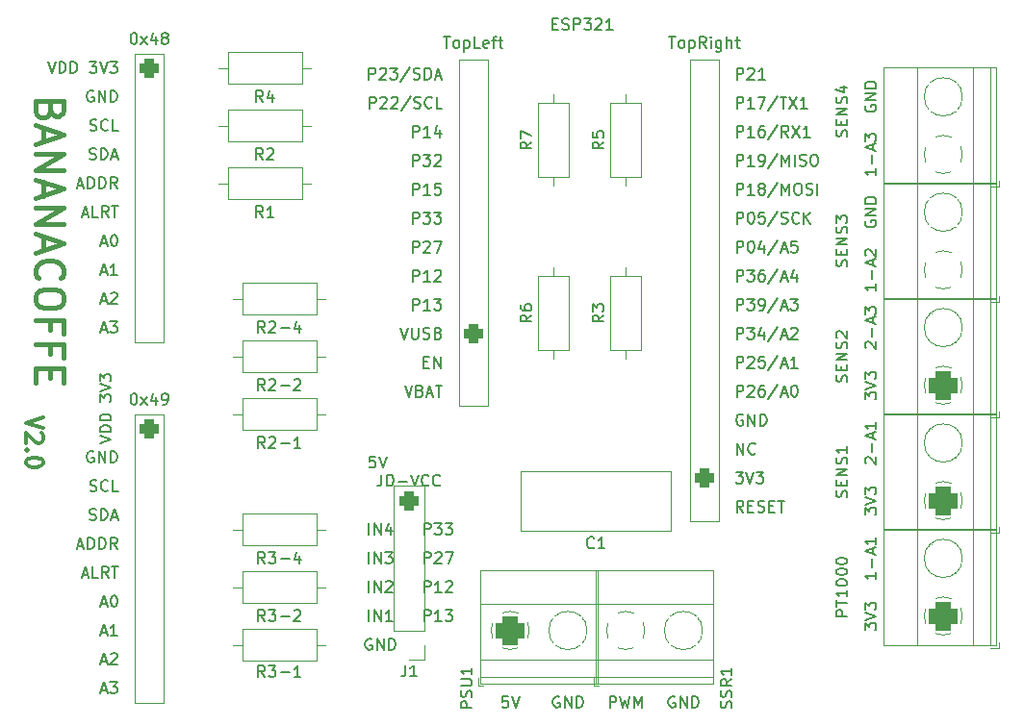
<source format=gto>
G04 #@! TF.GenerationSoftware,KiCad,Pcbnew,6.0.11+dfsg-1*
G04 #@! TF.CreationDate,2023-06-04T21:15:00+02:00*
G04 #@! TF.ProjectId,EspressoV1,45737072-6573-4736-9f56-312e6b696361,rev?*
G04 #@! TF.SameCoordinates,Original*
G04 #@! TF.FileFunction,Legend,Top*
G04 #@! TF.FilePolarity,Positive*
%FSLAX46Y46*%
G04 Gerber Fmt 4.6, Leading zero omitted, Abs format (unit mm)*
G04 Created by KiCad (PCBNEW 6.0.11+dfsg-1) date 2023-06-04 21:15:00*
%MOMM*%
%LPD*%
G01*
G04 APERTURE LIST*
G04 Aperture macros list*
%AMRoundRect*
0 Rectangle with rounded corners*
0 $1 Rounding radius*
0 $2 $3 $4 $5 $6 $7 $8 $9 X,Y pos of 4 corners*
0 Add a 4 corners polygon primitive as box body*
4,1,4,$2,$3,$4,$5,$6,$7,$8,$9,$2,$3,0*
0 Add four circle primitives for the rounded corners*
1,1,$1+$1,$2,$3*
1,1,$1+$1,$4,$5*
1,1,$1+$1,$6,$7*
1,1,$1+$1,$8,$9*
0 Add four rect primitives between the rounded corners*
20,1,$1+$1,$2,$3,$4,$5,0*
20,1,$1+$1,$4,$5,$6,$7,0*
20,1,$1+$1,$6,$7,$8,$9,0*
20,1,$1+$1,$8,$9,$2,$3,0*%
G04 Aperture macros list end*
%ADD10C,0.150000*%
%ADD11C,0.300000*%
%ADD12C,0.400000*%
%ADD13C,0.120000*%
%ADD14C,2.600000*%
%ADD15RoundRect,0.650000X0.650000X-0.650000X0.650000X0.650000X-0.650000X0.650000X-0.650000X-0.650000X0*%
%ADD16R,2.600000X2.600000*%
%ADD17RoundRect,0.650000X-0.650000X-0.650000X0.650000X-0.650000X0.650000X0.650000X-0.650000X0.650000X0*%
%ADD18C,3.200000*%
%ADD19O,1.600000X1.600000*%
%ADD20C,1.600000*%
%ADD21RoundRect,0.425000X0.425000X0.425000X-0.425000X0.425000X-0.425000X-0.425000X0.425000X-0.425000X0*%
%ADD22O,1.700000X1.700000*%
%ADD23R,1.700000X1.700000*%
%ADD24RoundRect,0.425000X-0.425000X-0.425000X0.425000X-0.425000X0.425000X0.425000X-0.425000X0.425000X0*%
%ADD25C,1.700000*%
%ADD26C,2.000000*%
G04 APERTURE END LIST*
D10*
X127508095Y-109990000D02*
X127412857Y-109942380D01*
X127270000Y-109942380D01*
X127127142Y-109990000D01*
X127031904Y-110085238D01*
X126984285Y-110180476D01*
X126936666Y-110370952D01*
X126936666Y-110513809D01*
X126984285Y-110704285D01*
X127031904Y-110799523D01*
X127127142Y-110894761D01*
X127270000Y-110942380D01*
X127365238Y-110942380D01*
X127508095Y-110894761D01*
X127555714Y-110847142D01*
X127555714Y-110513809D01*
X127365238Y-110513809D01*
X127984285Y-110942380D02*
X127984285Y-109942380D01*
X128555714Y-110942380D01*
X128555714Y-109942380D01*
X129031904Y-110942380D02*
X129031904Y-109942380D01*
X129270000Y-109942380D01*
X129412857Y-109990000D01*
X129508095Y-110085238D01*
X129555714Y-110180476D01*
X129603333Y-110370952D01*
X129603333Y-110513809D01*
X129555714Y-110704285D01*
X129508095Y-110799523D01*
X129412857Y-110894761D01*
X129270000Y-110942380D01*
X129031904Y-110942380D01*
X170902380Y-88868095D02*
X170902380Y-88249047D01*
X171283333Y-88582380D01*
X171283333Y-88439523D01*
X171330952Y-88344285D01*
X171378571Y-88296666D01*
X171473809Y-88249047D01*
X171711904Y-88249047D01*
X171807142Y-88296666D01*
X171854761Y-88344285D01*
X171902380Y-88439523D01*
X171902380Y-88725238D01*
X171854761Y-88820476D01*
X171807142Y-88868095D01*
X170902380Y-87963333D02*
X171902380Y-87630000D01*
X170902380Y-87296666D01*
X170902380Y-87058571D02*
X170902380Y-86439523D01*
X171283333Y-86772857D01*
X171283333Y-86630000D01*
X171330952Y-86534761D01*
X171378571Y-86487142D01*
X171473809Y-86439523D01*
X171711904Y-86439523D01*
X171807142Y-86487142D01*
X171854761Y-86534761D01*
X171902380Y-86630000D01*
X171902380Y-86915714D01*
X171854761Y-87010952D01*
X171807142Y-87058571D01*
X170902380Y-99028095D02*
X170902380Y-98409047D01*
X171283333Y-98742380D01*
X171283333Y-98599523D01*
X171330952Y-98504285D01*
X171378571Y-98456666D01*
X171473809Y-98409047D01*
X171711904Y-98409047D01*
X171807142Y-98456666D01*
X171854761Y-98504285D01*
X171902380Y-98599523D01*
X171902380Y-98885238D01*
X171854761Y-98980476D01*
X171807142Y-99028095D01*
X170902380Y-98123333D02*
X171902380Y-97790000D01*
X170902380Y-97456666D01*
X170902380Y-97218571D02*
X170902380Y-96599523D01*
X171283333Y-96932857D01*
X171283333Y-96790000D01*
X171330952Y-96694761D01*
X171378571Y-96647142D01*
X171473809Y-96599523D01*
X171711904Y-96599523D01*
X171807142Y-96647142D01*
X171854761Y-96694761D01*
X171902380Y-96790000D01*
X171902380Y-97075714D01*
X171854761Y-97170952D01*
X171807142Y-97218571D01*
X170902380Y-109188095D02*
X170902380Y-108569047D01*
X171283333Y-108902380D01*
X171283333Y-108759523D01*
X171330952Y-108664285D01*
X171378571Y-108616666D01*
X171473809Y-108569047D01*
X171711904Y-108569047D01*
X171807142Y-108616666D01*
X171854761Y-108664285D01*
X171902380Y-108759523D01*
X171902380Y-109045238D01*
X171854761Y-109140476D01*
X171807142Y-109188095D01*
X170902380Y-108283333D02*
X171902380Y-107950000D01*
X170902380Y-107616666D01*
X170902380Y-107378571D02*
X170902380Y-106759523D01*
X171283333Y-107092857D01*
X171283333Y-106950000D01*
X171330952Y-106854761D01*
X171378571Y-106807142D01*
X171473809Y-106759523D01*
X171711904Y-106759523D01*
X171807142Y-106807142D01*
X171854761Y-106854761D01*
X171902380Y-106950000D01*
X171902380Y-107235714D01*
X171854761Y-107330952D01*
X171807142Y-107378571D01*
X132135714Y-108402380D02*
X132135714Y-107402380D01*
X132516666Y-107402380D01*
X132611904Y-107450000D01*
X132659523Y-107497619D01*
X132707142Y-107592857D01*
X132707142Y-107735714D01*
X132659523Y-107830952D01*
X132611904Y-107878571D01*
X132516666Y-107926190D01*
X132135714Y-107926190D01*
X133659523Y-108402380D02*
X133088095Y-108402380D01*
X133373809Y-108402380D02*
X133373809Y-107402380D01*
X133278571Y-107545238D01*
X133183333Y-107640476D01*
X133088095Y-107688095D01*
X133992857Y-107402380D02*
X134611904Y-107402380D01*
X134278571Y-107783333D01*
X134421428Y-107783333D01*
X134516666Y-107830952D01*
X134564285Y-107878571D01*
X134611904Y-107973809D01*
X134611904Y-108211904D01*
X134564285Y-108307142D01*
X134516666Y-108354761D01*
X134421428Y-108402380D01*
X134135714Y-108402380D01*
X134040476Y-108354761D01*
X133992857Y-108307142D01*
X132135714Y-105862380D02*
X132135714Y-104862380D01*
X132516666Y-104862380D01*
X132611904Y-104910000D01*
X132659523Y-104957619D01*
X132707142Y-105052857D01*
X132707142Y-105195714D01*
X132659523Y-105290952D01*
X132611904Y-105338571D01*
X132516666Y-105386190D01*
X132135714Y-105386190D01*
X133659523Y-105862380D02*
X133088095Y-105862380D01*
X133373809Y-105862380D02*
X133373809Y-104862380D01*
X133278571Y-105005238D01*
X133183333Y-105100476D01*
X133088095Y-105148095D01*
X134040476Y-104957619D02*
X134088095Y-104910000D01*
X134183333Y-104862380D01*
X134421428Y-104862380D01*
X134516666Y-104910000D01*
X134564285Y-104957619D01*
X134611904Y-105052857D01*
X134611904Y-105148095D01*
X134564285Y-105290952D01*
X133992857Y-105862380D01*
X134611904Y-105862380D01*
X132135714Y-103322380D02*
X132135714Y-102322380D01*
X132516666Y-102322380D01*
X132611904Y-102370000D01*
X132659523Y-102417619D01*
X132707142Y-102512857D01*
X132707142Y-102655714D01*
X132659523Y-102750952D01*
X132611904Y-102798571D01*
X132516666Y-102846190D01*
X132135714Y-102846190D01*
X133088095Y-102417619D02*
X133135714Y-102370000D01*
X133230952Y-102322380D01*
X133469047Y-102322380D01*
X133564285Y-102370000D01*
X133611904Y-102417619D01*
X133659523Y-102512857D01*
X133659523Y-102608095D01*
X133611904Y-102750952D01*
X133040476Y-103322380D01*
X133659523Y-103322380D01*
X133992857Y-102322380D02*
X134659523Y-102322380D01*
X134230952Y-103322380D01*
X132135714Y-100782380D02*
X132135714Y-99782380D01*
X132516666Y-99782380D01*
X132611904Y-99830000D01*
X132659523Y-99877619D01*
X132707142Y-99972857D01*
X132707142Y-100115714D01*
X132659523Y-100210952D01*
X132611904Y-100258571D01*
X132516666Y-100306190D01*
X132135714Y-100306190D01*
X133040476Y-99782380D02*
X133659523Y-99782380D01*
X133326190Y-100163333D01*
X133469047Y-100163333D01*
X133564285Y-100210952D01*
X133611904Y-100258571D01*
X133659523Y-100353809D01*
X133659523Y-100591904D01*
X133611904Y-100687142D01*
X133564285Y-100734761D01*
X133469047Y-100782380D01*
X133183333Y-100782380D01*
X133088095Y-100734761D01*
X133040476Y-100687142D01*
X133992857Y-99782380D02*
X134611904Y-99782380D01*
X134278571Y-100163333D01*
X134421428Y-100163333D01*
X134516666Y-100210952D01*
X134564285Y-100258571D01*
X134611904Y-100353809D01*
X134611904Y-100591904D01*
X134564285Y-100687142D01*
X134516666Y-100734761D01*
X134421428Y-100782380D01*
X134135714Y-100782380D01*
X134040476Y-100734761D01*
X133992857Y-100687142D01*
X127270000Y-108402380D02*
X127270000Y-107402380D01*
X127746190Y-108402380D02*
X127746190Y-107402380D01*
X128317619Y-108402380D01*
X128317619Y-107402380D01*
X129317619Y-108402380D02*
X128746190Y-108402380D01*
X129031904Y-108402380D02*
X129031904Y-107402380D01*
X128936666Y-107545238D01*
X128841428Y-107640476D01*
X128746190Y-107688095D01*
X127270000Y-105862380D02*
X127270000Y-104862380D01*
X127746190Y-105862380D02*
X127746190Y-104862380D01*
X128317619Y-105862380D01*
X128317619Y-104862380D01*
X128746190Y-104957619D02*
X128793809Y-104910000D01*
X128889047Y-104862380D01*
X129127142Y-104862380D01*
X129222380Y-104910000D01*
X129270000Y-104957619D01*
X129317619Y-105052857D01*
X129317619Y-105148095D01*
X129270000Y-105290952D01*
X128698571Y-105862380D01*
X129317619Y-105862380D01*
X127270000Y-103322380D02*
X127270000Y-102322380D01*
X127746190Y-103322380D02*
X127746190Y-102322380D01*
X128317619Y-103322380D01*
X128317619Y-102322380D01*
X128698571Y-102322380D02*
X129317619Y-102322380D01*
X128984285Y-102703333D01*
X129127142Y-102703333D01*
X129222380Y-102750952D01*
X129270000Y-102798571D01*
X129317619Y-102893809D01*
X129317619Y-103131904D01*
X129270000Y-103227142D01*
X129222380Y-103274761D01*
X129127142Y-103322380D01*
X128841428Y-103322380D01*
X128746190Y-103274761D01*
X128698571Y-103227142D01*
X127270000Y-100782380D02*
X127270000Y-99782380D01*
X127746190Y-100782380D02*
X127746190Y-99782380D01*
X128317619Y-100782380D01*
X128317619Y-99782380D01*
X129222380Y-100115714D02*
X129222380Y-100782380D01*
X128984285Y-99734761D02*
X128746190Y-100449047D01*
X129365238Y-100449047D01*
X127811785Y-93897380D02*
X127335595Y-93897380D01*
X127287976Y-94373571D01*
X127335595Y-94325952D01*
X127430833Y-94278333D01*
X127668928Y-94278333D01*
X127764166Y-94325952D01*
X127811785Y-94373571D01*
X127859404Y-94468809D01*
X127859404Y-94706904D01*
X127811785Y-94802142D01*
X127764166Y-94849761D01*
X127668928Y-94897380D01*
X127430833Y-94897380D01*
X127335595Y-94849761D01*
X127287976Y-94802142D01*
X128145119Y-93897380D02*
X128478452Y-94897380D01*
X128811785Y-93897380D01*
X128383214Y-95507380D02*
X128383214Y-96221666D01*
X128335595Y-96364523D01*
X128240357Y-96459761D01*
X128097500Y-96507380D01*
X128002261Y-96507380D01*
X128859404Y-96507380D02*
X128859404Y-95507380D01*
X129097500Y-95507380D01*
X129240357Y-95555000D01*
X129335595Y-95650238D01*
X129383214Y-95745476D01*
X129430833Y-95935952D01*
X129430833Y-96078809D01*
X129383214Y-96269285D01*
X129335595Y-96364523D01*
X129240357Y-96459761D01*
X129097500Y-96507380D01*
X128859404Y-96507380D01*
X129859404Y-96126428D02*
X130621309Y-96126428D01*
X130954642Y-95507380D02*
X131287976Y-96507380D01*
X131621309Y-95507380D01*
X132526071Y-96412142D02*
X132478452Y-96459761D01*
X132335595Y-96507380D01*
X132240357Y-96507380D01*
X132097500Y-96459761D01*
X132002261Y-96364523D01*
X131954642Y-96269285D01*
X131907023Y-96078809D01*
X131907023Y-95935952D01*
X131954642Y-95745476D01*
X132002261Y-95650238D01*
X132097500Y-95555000D01*
X132240357Y-95507380D01*
X132335595Y-95507380D01*
X132478452Y-95555000D01*
X132526071Y-95602619D01*
X133526071Y-96412142D02*
X133478452Y-96459761D01*
X133335595Y-96507380D01*
X133240357Y-96507380D01*
X133097500Y-96459761D01*
X133002261Y-96364523D01*
X132954642Y-96269285D01*
X132907023Y-96078809D01*
X132907023Y-95935952D01*
X132954642Y-95745476D01*
X133002261Y-95650238D01*
X133097500Y-95555000D01*
X133240357Y-95507380D01*
X133335595Y-95507380D01*
X133478452Y-95555000D01*
X133526071Y-95602619D01*
X171902380Y-68548095D02*
X171902380Y-69119523D01*
X171902380Y-68833809D02*
X170902380Y-68833809D01*
X171045238Y-68929047D01*
X171140476Y-69024285D01*
X171188095Y-69119523D01*
X171521428Y-68119523D02*
X171521428Y-67357619D01*
X171616666Y-66929047D02*
X171616666Y-66452857D01*
X171902380Y-67024285D02*
X170902380Y-66690952D01*
X171902380Y-66357619D01*
X170902380Y-66119523D02*
X170902380Y-65500476D01*
X171283333Y-65833809D01*
X171283333Y-65690952D01*
X171330952Y-65595714D01*
X171378571Y-65548095D01*
X171473809Y-65500476D01*
X171711904Y-65500476D01*
X171807142Y-65548095D01*
X171854761Y-65595714D01*
X171902380Y-65690952D01*
X171902380Y-65976666D01*
X171854761Y-66071904D01*
X171807142Y-66119523D01*
X171902380Y-78708095D02*
X171902380Y-79279523D01*
X171902380Y-78993809D02*
X170902380Y-78993809D01*
X171045238Y-79089047D01*
X171140476Y-79184285D01*
X171188095Y-79279523D01*
X171521428Y-78279523D02*
X171521428Y-77517619D01*
X171616666Y-77089047D02*
X171616666Y-76612857D01*
X171902380Y-77184285D02*
X170902380Y-76850952D01*
X171902380Y-76517619D01*
X170997619Y-76231904D02*
X170950000Y-76184285D01*
X170902380Y-76089047D01*
X170902380Y-75850952D01*
X170950000Y-75755714D01*
X170997619Y-75708095D01*
X171092857Y-75660476D01*
X171188095Y-75660476D01*
X171330952Y-75708095D01*
X171902380Y-76279523D01*
X171902380Y-75660476D01*
X170950000Y-62991904D02*
X170902380Y-63087142D01*
X170902380Y-63230000D01*
X170950000Y-63372857D01*
X171045238Y-63468095D01*
X171140476Y-63515714D01*
X171330952Y-63563333D01*
X171473809Y-63563333D01*
X171664285Y-63515714D01*
X171759523Y-63468095D01*
X171854761Y-63372857D01*
X171902380Y-63230000D01*
X171902380Y-63134761D01*
X171854761Y-62991904D01*
X171807142Y-62944285D01*
X171473809Y-62944285D01*
X171473809Y-63134761D01*
X171902380Y-62515714D02*
X170902380Y-62515714D01*
X171902380Y-61944285D01*
X170902380Y-61944285D01*
X171902380Y-61468095D02*
X170902380Y-61468095D01*
X170902380Y-61230000D01*
X170950000Y-61087142D01*
X171045238Y-60991904D01*
X171140476Y-60944285D01*
X171330952Y-60896666D01*
X171473809Y-60896666D01*
X171664285Y-60944285D01*
X171759523Y-60991904D01*
X171854761Y-61087142D01*
X171902380Y-61230000D01*
X171902380Y-61468095D01*
X170950000Y-73151904D02*
X170902380Y-73247142D01*
X170902380Y-73390000D01*
X170950000Y-73532857D01*
X171045238Y-73628095D01*
X171140476Y-73675714D01*
X171330952Y-73723333D01*
X171473809Y-73723333D01*
X171664285Y-73675714D01*
X171759523Y-73628095D01*
X171854761Y-73532857D01*
X171902380Y-73390000D01*
X171902380Y-73294761D01*
X171854761Y-73151904D01*
X171807142Y-73104285D01*
X171473809Y-73104285D01*
X171473809Y-73294761D01*
X171902380Y-72675714D02*
X170902380Y-72675714D01*
X171902380Y-72104285D01*
X170902380Y-72104285D01*
X171902380Y-71628095D02*
X170902380Y-71628095D01*
X170902380Y-71390000D01*
X170950000Y-71247142D01*
X171045238Y-71151904D01*
X171140476Y-71104285D01*
X171330952Y-71056666D01*
X171473809Y-71056666D01*
X171664285Y-71104285D01*
X171759523Y-71151904D01*
X171854761Y-71247142D01*
X171902380Y-71390000D01*
X171902380Y-71628095D01*
X170997619Y-84359523D02*
X170950000Y-84311904D01*
X170902380Y-84216666D01*
X170902380Y-83978571D01*
X170950000Y-83883333D01*
X170997619Y-83835714D01*
X171092857Y-83788095D01*
X171188095Y-83788095D01*
X171330952Y-83835714D01*
X171902380Y-84407142D01*
X171902380Y-83788095D01*
X171521428Y-83359523D02*
X171521428Y-82597619D01*
X171616666Y-82169047D02*
X171616666Y-81692857D01*
X171902380Y-82264285D02*
X170902380Y-81930952D01*
X171902380Y-81597619D01*
X170902380Y-81359523D02*
X170902380Y-80740476D01*
X171283333Y-81073809D01*
X171283333Y-80930952D01*
X171330952Y-80835714D01*
X171378571Y-80788095D01*
X171473809Y-80740476D01*
X171711904Y-80740476D01*
X171807142Y-80788095D01*
X171854761Y-80835714D01*
X171902380Y-80930952D01*
X171902380Y-81216666D01*
X171854761Y-81311904D01*
X171807142Y-81359523D01*
X170997619Y-94519523D02*
X170950000Y-94471904D01*
X170902380Y-94376666D01*
X170902380Y-94138571D01*
X170950000Y-94043333D01*
X170997619Y-93995714D01*
X171092857Y-93948095D01*
X171188095Y-93948095D01*
X171330952Y-93995714D01*
X171902380Y-94567142D01*
X171902380Y-93948095D01*
X171521428Y-93519523D02*
X171521428Y-92757619D01*
X171616666Y-92329047D02*
X171616666Y-91852857D01*
X171902380Y-92424285D02*
X170902380Y-92090952D01*
X171902380Y-91757619D01*
X171902380Y-90900476D02*
X171902380Y-91471904D01*
X171902380Y-91186190D02*
X170902380Y-91186190D01*
X171045238Y-91281428D01*
X171140476Y-91376666D01*
X171188095Y-91471904D01*
X171902380Y-104108095D02*
X171902380Y-104679523D01*
X171902380Y-104393809D02*
X170902380Y-104393809D01*
X171045238Y-104489047D01*
X171140476Y-104584285D01*
X171188095Y-104679523D01*
X171521428Y-103679523D02*
X171521428Y-102917619D01*
X171616666Y-102489047D02*
X171616666Y-102012857D01*
X171902380Y-102584285D02*
X170902380Y-102250952D01*
X171902380Y-101917619D01*
X171902380Y-101060476D02*
X171902380Y-101631904D01*
X171902380Y-101346190D02*
X170902380Y-101346190D01*
X171045238Y-101441428D01*
X171140476Y-101536666D01*
X171188095Y-101631904D01*
X154178095Y-115070000D02*
X154082857Y-115022380D01*
X153940000Y-115022380D01*
X153797142Y-115070000D01*
X153701904Y-115165238D01*
X153654285Y-115260476D01*
X153606666Y-115450952D01*
X153606666Y-115593809D01*
X153654285Y-115784285D01*
X153701904Y-115879523D01*
X153797142Y-115974761D01*
X153940000Y-116022380D01*
X154035238Y-116022380D01*
X154178095Y-115974761D01*
X154225714Y-115927142D01*
X154225714Y-115593809D01*
X154035238Y-115593809D01*
X154654285Y-116022380D02*
X154654285Y-115022380D01*
X155225714Y-116022380D01*
X155225714Y-115022380D01*
X155701904Y-116022380D02*
X155701904Y-115022380D01*
X155940000Y-115022380D01*
X156082857Y-115070000D01*
X156178095Y-115165238D01*
X156225714Y-115260476D01*
X156273333Y-115450952D01*
X156273333Y-115593809D01*
X156225714Y-115784285D01*
X156178095Y-115879523D01*
X156082857Y-115974761D01*
X155940000Y-116022380D01*
X155701904Y-116022380D01*
X148455238Y-116022380D02*
X148455238Y-115022380D01*
X148836190Y-115022380D01*
X148931428Y-115070000D01*
X148979047Y-115117619D01*
X149026666Y-115212857D01*
X149026666Y-115355714D01*
X148979047Y-115450952D01*
X148931428Y-115498571D01*
X148836190Y-115546190D01*
X148455238Y-115546190D01*
X149360000Y-115022380D02*
X149598095Y-116022380D01*
X149788571Y-115308095D01*
X149979047Y-116022380D01*
X150217142Y-115022380D01*
X150598095Y-116022380D02*
X150598095Y-115022380D01*
X150931428Y-115736666D01*
X151264761Y-115022380D01*
X151264761Y-116022380D01*
X139509523Y-115022380D02*
X139033333Y-115022380D01*
X138985714Y-115498571D01*
X139033333Y-115450952D01*
X139128571Y-115403333D01*
X139366666Y-115403333D01*
X139461904Y-115450952D01*
X139509523Y-115498571D01*
X139557142Y-115593809D01*
X139557142Y-115831904D01*
X139509523Y-115927142D01*
X139461904Y-115974761D01*
X139366666Y-116022380D01*
X139128571Y-116022380D01*
X139033333Y-115974761D01*
X138985714Y-115927142D01*
X139842857Y-115022380D02*
X140176190Y-116022380D01*
X140509523Y-115022380D01*
X144018095Y-115070000D02*
X143922857Y-115022380D01*
X143780000Y-115022380D01*
X143637142Y-115070000D01*
X143541904Y-115165238D01*
X143494285Y-115260476D01*
X143446666Y-115450952D01*
X143446666Y-115593809D01*
X143494285Y-115784285D01*
X143541904Y-115879523D01*
X143637142Y-115974761D01*
X143780000Y-116022380D01*
X143875238Y-116022380D01*
X144018095Y-115974761D01*
X144065714Y-115927142D01*
X144065714Y-115593809D01*
X143875238Y-115593809D01*
X144494285Y-116022380D02*
X144494285Y-115022380D01*
X145065714Y-116022380D01*
X145065714Y-115022380D01*
X145541904Y-116022380D02*
X145541904Y-115022380D01*
X145780000Y-115022380D01*
X145922857Y-115070000D01*
X146018095Y-115165238D01*
X146065714Y-115260476D01*
X146113333Y-115450952D01*
X146113333Y-115593809D01*
X146065714Y-115784285D01*
X146018095Y-115879523D01*
X145922857Y-115974761D01*
X145780000Y-116022380D01*
X145541904Y-116022380D01*
D11*
X98611428Y-90424285D02*
X97111428Y-90924285D01*
X98611428Y-91424285D01*
X98468571Y-91852857D02*
X98540000Y-91924285D01*
X98611428Y-92067142D01*
X98611428Y-92424285D01*
X98540000Y-92567142D01*
X98468571Y-92638571D01*
X98325714Y-92710000D01*
X98182857Y-92710000D01*
X97968571Y-92638571D01*
X97111428Y-91781428D01*
X97111428Y-92710000D01*
X97254285Y-93352857D02*
X97182857Y-93424285D01*
X97111428Y-93352857D01*
X97182857Y-93281428D01*
X97254285Y-93352857D01*
X97111428Y-93352857D01*
X98611428Y-94352857D02*
X98611428Y-94495714D01*
X98540000Y-94638571D01*
X98468571Y-94710000D01*
X98325714Y-94781428D01*
X98040000Y-94852857D01*
X97682857Y-94852857D01*
X97397142Y-94781428D01*
X97254285Y-94710000D01*
X97182857Y-94638571D01*
X97111428Y-94495714D01*
X97111428Y-94352857D01*
X97182857Y-94210000D01*
X97254285Y-94138571D01*
X97397142Y-94067142D01*
X97682857Y-93995714D01*
X98040000Y-93995714D01*
X98325714Y-94067142D01*
X98468571Y-94138571D01*
X98540000Y-94210000D01*
X98611428Y-94352857D01*
D12*
X99238571Y-63441904D02*
X99119523Y-63799047D01*
X99000476Y-63918095D01*
X98762380Y-64037142D01*
X98405238Y-64037142D01*
X98167142Y-63918095D01*
X98048095Y-63799047D01*
X97929047Y-63560952D01*
X97929047Y-62608571D01*
X100429047Y-62608571D01*
X100429047Y-63441904D01*
X100310000Y-63680000D01*
X100190952Y-63799047D01*
X99952857Y-63918095D01*
X99714761Y-63918095D01*
X99476666Y-63799047D01*
X99357619Y-63680000D01*
X99238571Y-63441904D01*
X99238571Y-62608571D01*
X98643333Y-64989523D02*
X98643333Y-66180000D01*
X97929047Y-64751428D02*
X100429047Y-65584761D01*
X97929047Y-66418095D01*
X97929047Y-67251428D02*
X100429047Y-67251428D01*
X97929047Y-68680000D01*
X100429047Y-68680000D01*
X98643333Y-69751428D02*
X98643333Y-70941904D01*
X97929047Y-69513333D02*
X100429047Y-70346666D01*
X97929047Y-71180000D01*
X97929047Y-72013333D02*
X100429047Y-72013333D01*
X97929047Y-73441904D01*
X100429047Y-73441904D01*
X98643333Y-74513333D02*
X98643333Y-75703809D01*
X97929047Y-74275238D02*
X100429047Y-75108571D01*
X97929047Y-75941904D01*
X98167142Y-78203809D02*
X98048095Y-78084761D01*
X97929047Y-77727619D01*
X97929047Y-77489523D01*
X98048095Y-77132380D01*
X98286190Y-76894285D01*
X98524285Y-76775238D01*
X99000476Y-76656190D01*
X99357619Y-76656190D01*
X99833809Y-76775238D01*
X100071904Y-76894285D01*
X100310000Y-77132380D01*
X100429047Y-77489523D01*
X100429047Y-77727619D01*
X100310000Y-78084761D01*
X100190952Y-78203809D01*
X100429047Y-79751428D02*
X100429047Y-80227619D01*
X100310000Y-80465714D01*
X100071904Y-80703809D01*
X99595714Y-80822857D01*
X98762380Y-80822857D01*
X98286190Y-80703809D01*
X98048095Y-80465714D01*
X97929047Y-80227619D01*
X97929047Y-79751428D01*
X98048095Y-79513333D01*
X98286190Y-79275238D01*
X98762380Y-79156190D01*
X99595714Y-79156190D01*
X100071904Y-79275238D01*
X100310000Y-79513333D01*
X100429047Y-79751428D01*
X99238571Y-82727619D02*
X99238571Y-81894285D01*
X97929047Y-81894285D02*
X100429047Y-81894285D01*
X100429047Y-83084761D01*
X99238571Y-84870476D02*
X99238571Y-84037142D01*
X97929047Y-84037142D02*
X100429047Y-84037142D01*
X100429047Y-85227619D01*
X99238571Y-86180000D02*
X99238571Y-87013333D01*
X97929047Y-87370476D02*
X97929047Y-86180000D01*
X100429047Y-86180000D01*
X100429047Y-87370476D01*
D10*
G04 #@! TO.C,PT1000*
X169362380Y-107957619D02*
X168362380Y-107957619D01*
X168362380Y-107576666D01*
X168410000Y-107481428D01*
X168457619Y-107433809D01*
X168552857Y-107386190D01*
X168695714Y-107386190D01*
X168790952Y-107433809D01*
X168838571Y-107481428D01*
X168886190Y-107576666D01*
X168886190Y-107957619D01*
X168362380Y-107100476D02*
X168362380Y-106529047D01*
X169362380Y-106814761D02*
X168362380Y-106814761D01*
X169362380Y-105671904D02*
X169362380Y-106243333D01*
X169362380Y-105957619D02*
X168362380Y-105957619D01*
X168505238Y-106052857D01*
X168600476Y-106148095D01*
X168648095Y-106243333D01*
X168362380Y-105052857D02*
X168362380Y-104957619D01*
X168410000Y-104862380D01*
X168457619Y-104814761D01*
X168552857Y-104767142D01*
X168743333Y-104719523D01*
X168981428Y-104719523D01*
X169171904Y-104767142D01*
X169267142Y-104814761D01*
X169314761Y-104862380D01*
X169362380Y-104957619D01*
X169362380Y-105052857D01*
X169314761Y-105148095D01*
X169267142Y-105195714D01*
X169171904Y-105243333D01*
X168981428Y-105290952D01*
X168743333Y-105290952D01*
X168552857Y-105243333D01*
X168457619Y-105195714D01*
X168410000Y-105148095D01*
X168362380Y-105052857D01*
X168362380Y-104100476D02*
X168362380Y-104005238D01*
X168410000Y-103910000D01*
X168457619Y-103862380D01*
X168552857Y-103814761D01*
X168743333Y-103767142D01*
X168981428Y-103767142D01*
X169171904Y-103814761D01*
X169267142Y-103862380D01*
X169314761Y-103910000D01*
X169362380Y-104005238D01*
X169362380Y-104100476D01*
X169314761Y-104195714D01*
X169267142Y-104243333D01*
X169171904Y-104290952D01*
X168981428Y-104338571D01*
X168743333Y-104338571D01*
X168552857Y-104290952D01*
X168457619Y-104243333D01*
X168410000Y-104195714D01*
X168362380Y-104100476D01*
X168362380Y-103148095D02*
X168362380Y-103052857D01*
X168410000Y-102957619D01*
X168457619Y-102910000D01*
X168552857Y-102862380D01*
X168743333Y-102814761D01*
X168981428Y-102814761D01*
X169171904Y-102862380D01*
X169267142Y-102910000D01*
X169314761Y-102957619D01*
X169362380Y-103052857D01*
X169362380Y-103148095D01*
X169314761Y-103243333D01*
X169267142Y-103290952D01*
X169171904Y-103338571D01*
X168981428Y-103386190D01*
X168743333Y-103386190D01*
X168552857Y-103338571D01*
X168457619Y-103290952D01*
X168410000Y-103243333D01*
X168362380Y-103148095D01*
G04 #@! TO.C,PSU1*
X136342380Y-116038095D02*
X135342380Y-116038095D01*
X135342380Y-115657142D01*
X135390000Y-115561904D01*
X135437619Y-115514285D01*
X135532857Y-115466666D01*
X135675714Y-115466666D01*
X135770952Y-115514285D01*
X135818571Y-115561904D01*
X135866190Y-115657142D01*
X135866190Y-116038095D01*
X136294761Y-115085714D02*
X136342380Y-114942857D01*
X136342380Y-114704761D01*
X136294761Y-114609523D01*
X136247142Y-114561904D01*
X136151904Y-114514285D01*
X136056666Y-114514285D01*
X135961428Y-114561904D01*
X135913809Y-114609523D01*
X135866190Y-114704761D01*
X135818571Y-114895238D01*
X135770952Y-114990476D01*
X135723333Y-115038095D01*
X135628095Y-115085714D01*
X135532857Y-115085714D01*
X135437619Y-115038095D01*
X135390000Y-114990476D01*
X135342380Y-114895238D01*
X135342380Y-114657142D01*
X135390000Y-114514285D01*
X135342380Y-114085714D02*
X136151904Y-114085714D01*
X136247142Y-114038095D01*
X136294761Y-113990476D01*
X136342380Y-113895238D01*
X136342380Y-113704761D01*
X136294761Y-113609523D01*
X136247142Y-113561904D01*
X136151904Y-113514285D01*
X135342380Y-113514285D01*
X136342380Y-112514285D02*
X136342380Y-113085714D01*
X136342380Y-112800000D02*
X135342380Y-112800000D01*
X135485238Y-112895238D01*
X135580476Y-112990476D01*
X135628095Y-113085714D01*
G04 #@! TO.C,SSR1*
X159154761Y-116038095D02*
X159202380Y-115895238D01*
X159202380Y-115657142D01*
X159154761Y-115561904D01*
X159107142Y-115514285D01*
X159011904Y-115466666D01*
X158916666Y-115466666D01*
X158821428Y-115514285D01*
X158773809Y-115561904D01*
X158726190Y-115657142D01*
X158678571Y-115847619D01*
X158630952Y-115942857D01*
X158583333Y-115990476D01*
X158488095Y-116038095D01*
X158392857Y-116038095D01*
X158297619Y-115990476D01*
X158250000Y-115942857D01*
X158202380Y-115847619D01*
X158202380Y-115609523D01*
X158250000Y-115466666D01*
X159154761Y-115085714D02*
X159202380Y-114942857D01*
X159202380Y-114704761D01*
X159154761Y-114609523D01*
X159107142Y-114561904D01*
X159011904Y-114514285D01*
X158916666Y-114514285D01*
X158821428Y-114561904D01*
X158773809Y-114609523D01*
X158726190Y-114704761D01*
X158678571Y-114895238D01*
X158630952Y-114990476D01*
X158583333Y-115038095D01*
X158488095Y-115085714D01*
X158392857Y-115085714D01*
X158297619Y-115038095D01*
X158250000Y-114990476D01*
X158202380Y-114895238D01*
X158202380Y-114657142D01*
X158250000Y-114514285D01*
X159202380Y-113514285D02*
X158726190Y-113847619D01*
X159202380Y-114085714D02*
X158202380Y-114085714D01*
X158202380Y-113704761D01*
X158250000Y-113609523D01*
X158297619Y-113561904D01*
X158392857Y-113514285D01*
X158535714Y-113514285D01*
X158630952Y-113561904D01*
X158678571Y-113609523D01*
X158726190Y-113704761D01*
X158726190Y-114085714D01*
X159202380Y-112561904D02*
X159202380Y-113133333D01*
X159202380Y-112847619D02*
X158202380Y-112847619D01*
X158345238Y-112942857D01*
X158440476Y-113038095D01*
X158488095Y-113133333D01*
G04 #@! TO.C,SENS4*
X169314761Y-65714285D02*
X169362380Y-65571428D01*
X169362380Y-65333333D01*
X169314761Y-65238095D01*
X169267142Y-65190476D01*
X169171904Y-65142857D01*
X169076666Y-65142857D01*
X168981428Y-65190476D01*
X168933809Y-65238095D01*
X168886190Y-65333333D01*
X168838571Y-65523809D01*
X168790952Y-65619047D01*
X168743333Y-65666666D01*
X168648095Y-65714285D01*
X168552857Y-65714285D01*
X168457619Y-65666666D01*
X168410000Y-65619047D01*
X168362380Y-65523809D01*
X168362380Y-65285714D01*
X168410000Y-65142857D01*
X168838571Y-64714285D02*
X168838571Y-64380952D01*
X169362380Y-64238095D02*
X169362380Y-64714285D01*
X168362380Y-64714285D01*
X168362380Y-64238095D01*
X169362380Y-63809523D02*
X168362380Y-63809523D01*
X169362380Y-63238095D01*
X168362380Y-63238095D01*
X169314761Y-62809523D02*
X169362380Y-62666666D01*
X169362380Y-62428571D01*
X169314761Y-62333333D01*
X169267142Y-62285714D01*
X169171904Y-62238095D01*
X169076666Y-62238095D01*
X168981428Y-62285714D01*
X168933809Y-62333333D01*
X168886190Y-62428571D01*
X168838571Y-62619047D01*
X168790952Y-62714285D01*
X168743333Y-62761904D01*
X168648095Y-62809523D01*
X168552857Y-62809523D01*
X168457619Y-62761904D01*
X168410000Y-62714285D01*
X168362380Y-62619047D01*
X168362380Y-62380952D01*
X168410000Y-62238095D01*
X168695714Y-61380952D02*
X169362380Y-61380952D01*
X168314761Y-61619047D02*
X169029047Y-61857142D01*
X169029047Y-61238095D01*
G04 #@! TO.C,SENS3*
X169314761Y-77144285D02*
X169362380Y-77001428D01*
X169362380Y-76763333D01*
X169314761Y-76668095D01*
X169267142Y-76620476D01*
X169171904Y-76572857D01*
X169076666Y-76572857D01*
X168981428Y-76620476D01*
X168933809Y-76668095D01*
X168886190Y-76763333D01*
X168838571Y-76953809D01*
X168790952Y-77049047D01*
X168743333Y-77096666D01*
X168648095Y-77144285D01*
X168552857Y-77144285D01*
X168457619Y-77096666D01*
X168410000Y-77049047D01*
X168362380Y-76953809D01*
X168362380Y-76715714D01*
X168410000Y-76572857D01*
X168838571Y-76144285D02*
X168838571Y-75810952D01*
X169362380Y-75668095D02*
X169362380Y-76144285D01*
X168362380Y-76144285D01*
X168362380Y-75668095D01*
X169362380Y-75239523D02*
X168362380Y-75239523D01*
X169362380Y-74668095D01*
X168362380Y-74668095D01*
X169314761Y-74239523D02*
X169362380Y-74096666D01*
X169362380Y-73858571D01*
X169314761Y-73763333D01*
X169267142Y-73715714D01*
X169171904Y-73668095D01*
X169076666Y-73668095D01*
X168981428Y-73715714D01*
X168933809Y-73763333D01*
X168886190Y-73858571D01*
X168838571Y-74049047D01*
X168790952Y-74144285D01*
X168743333Y-74191904D01*
X168648095Y-74239523D01*
X168552857Y-74239523D01*
X168457619Y-74191904D01*
X168410000Y-74144285D01*
X168362380Y-74049047D01*
X168362380Y-73810952D01*
X168410000Y-73668095D01*
X168362380Y-73334761D02*
X168362380Y-72715714D01*
X168743333Y-73049047D01*
X168743333Y-72906190D01*
X168790952Y-72810952D01*
X168838571Y-72763333D01*
X168933809Y-72715714D01*
X169171904Y-72715714D01*
X169267142Y-72763333D01*
X169314761Y-72810952D01*
X169362380Y-72906190D01*
X169362380Y-73191904D01*
X169314761Y-73287142D01*
X169267142Y-73334761D01*
G04 #@! TO.C,SENS2*
X169314761Y-87304285D02*
X169362380Y-87161428D01*
X169362380Y-86923333D01*
X169314761Y-86828095D01*
X169267142Y-86780476D01*
X169171904Y-86732857D01*
X169076666Y-86732857D01*
X168981428Y-86780476D01*
X168933809Y-86828095D01*
X168886190Y-86923333D01*
X168838571Y-87113809D01*
X168790952Y-87209047D01*
X168743333Y-87256666D01*
X168648095Y-87304285D01*
X168552857Y-87304285D01*
X168457619Y-87256666D01*
X168410000Y-87209047D01*
X168362380Y-87113809D01*
X168362380Y-86875714D01*
X168410000Y-86732857D01*
X168838571Y-86304285D02*
X168838571Y-85970952D01*
X169362380Y-85828095D02*
X169362380Y-86304285D01*
X168362380Y-86304285D01*
X168362380Y-85828095D01*
X169362380Y-85399523D02*
X168362380Y-85399523D01*
X169362380Y-84828095D01*
X168362380Y-84828095D01*
X169314761Y-84399523D02*
X169362380Y-84256666D01*
X169362380Y-84018571D01*
X169314761Y-83923333D01*
X169267142Y-83875714D01*
X169171904Y-83828095D01*
X169076666Y-83828095D01*
X168981428Y-83875714D01*
X168933809Y-83923333D01*
X168886190Y-84018571D01*
X168838571Y-84209047D01*
X168790952Y-84304285D01*
X168743333Y-84351904D01*
X168648095Y-84399523D01*
X168552857Y-84399523D01*
X168457619Y-84351904D01*
X168410000Y-84304285D01*
X168362380Y-84209047D01*
X168362380Y-83970952D01*
X168410000Y-83828095D01*
X168457619Y-83447142D02*
X168410000Y-83399523D01*
X168362380Y-83304285D01*
X168362380Y-83066190D01*
X168410000Y-82970952D01*
X168457619Y-82923333D01*
X168552857Y-82875714D01*
X168648095Y-82875714D01*
X168790952Y-82923333D01*
X169362380Y-83494761D01*
X169362380Y-82875714D01*
G04 #@! TO.C,SENS1*
X169314761Y-97464285D02*
X169362380Y-97321428D01*
X169362380Y-97083333D01*
X169314761Y-96988095D01*
X169267142Y-96940476D01*
X169171904Y-96892857D01*
X169076666Y-96892857D01*
X168981428Y-96940476D01*
X168933809Y-96988095D01*
X168886190Y-97083333D01*
X168838571Y-97273809D01*
X168790952Y-97369047D01*
X168743333Y-97416666D01*
X168648095Y-97464285D01*
X168552857Y-97464285D01*
X168457619Y-97416666D01*
X168410000Y-97369047D01*
X168362380Y-97273809D01*
X168362380Y-97035714D01*
X168410000Y-96892857D01*
X168838571Y-96464285D02*
X168838571Y-96130952D01*
X169362380Y-95988095D02*
X169362380Y-96464285D01*
X168362380Y-96464285D01*
X168362380Y-95988095D01*
X169362380Y-95559523D02*
X168362380Y-95559523D01*
X169362380Y-94988095D01*
X168362380Y-94988095D01*
X169314761Y-94559523D02*
X169362380Y-94416666D01*
X169362380Y-94178571D01*
X169314761Y-94083333D01*
X169267142Y-94035714D01*
X169171904Y-93988095D01*
X169076666Y-93988095D01*
X168981428Y-94035714D01*
X168933809Y-94083333D01*
X168886190Y-94178571D01*
X168838571Y-94369047D01*
X168790952Y-94464285D01*
X168743333Y-94511904D01*
X168648095Y-94559523D01*
X168552857Y-94559523D01*
X168457619Y-94511904D01*
X168410000Y-94464285D01*
X168362380Y-94369047D01*
X168362380Y-94130952D01*
X168410000Y-93988095D01*
X169362380Y-93035714D02*
X169362380Y-93607142D01*
X169362380Y-93321428D02*
X168362380Y-93321428D01*
X168505238Y-93416666D01*
X168600476Y-93511904D01*
X168648095Y-93607142D01*
G04 #@! TO.C,R3-4*
X118118095Y-103322380D02*
X117784761Y-102846190D01*
X117546666Y-103322380D02*
X117546666Y-102322380D01*
X117927619Y-102322380D01*
X118022857Y-102370000D01*
X118070476Y-102417619D01*
X118118095Y-102512857D01*
X118118095Y-102655714D01*
X118070476Y-102750952D01*
X118022857Y-102798571D01*
X117927619Y-102846190D01*
X117546666Y-102846190D01*
X118451428Y-102322380D02*
X119070476Y-102322380D01*
X118737142Y-102703333D01*
X118880000Y-102703333D01*
X118975238Y-102750952D01*
X119022857Y-102798571D01*
X119070476Y-102893809D01*
X119070476Y-103131904D01*
X119022857Y-103227142D01*
X118975238Y-103274761D01*
X118880000Y-103322380D01*
X118594285Y-103322380D01*
X118499047Y-103274761D01*
X118451428Y-103227142D01*
X119499047Y-102941428D02*
X120260952Y-102941428D01*
X121165714Y-102655714D02*
X121165714Y-103322380D01*
X120927619Y-102274761D02*
X120689523Y-102989047D01*
X121308571Y-102989047D01*
G04 #@! TO.C,R3-2*
X118118095Y-108402380D02*
X117784761Y-107926190D01*
X117546666Y-108402380D02*
X117546666Y-107402380D01*
X117927619Y-107402380D01*
X118022857Y-107450000D01*
X118070476Y-107497619D01*
X118118095Y-107592857D01*
X118118095Y-107735714D01*
X118070476Y-107830952D01*
X118022857Y-107878571D01*
X117927619Y-107926190D01*
X117546666Y-107926190D01*
X118451428Y-107402380D02*
X119070476Y-107402380D01*
X118737142Y-107783333D01*
X118880000Y-107783333D01*
X118975238Y-107830952D01*
X119022857Y-107878571D01*
X119070476Y-107973809D01*
X119070476Y-108211904D01*
X119022857Y-108307142D01*
X118975238Y-108354761D01*
X118880000Y-108402380D01*
X118594285Y-108402380D01*
X118499047Y-108354761D01*
X118451428Y-108307142D01*
X119499047Y-108021428D02*
X120260952Y-108021428D01*
X120689523Y-107497619D02*
X120737142Y-107450000D01*
X120832380Y-107402380D01*
X121070476Y-107402380D01*
X121165714Y-107450000D01*
X121213333Y-107497619D01*
X121260952Y-107592857D01*
X121260952Y-107688095D01*
X121213333Y-107830952D01*
X120641904Y-108402380D01*
X121260952Y-108402380D01*
G04 #@! TO.C,R3-1*
X118118095Y-113312380D02*
X117784761Y-112836190D01*
X117546666Y-113312380D02*
X117546666Y-112312380D01*
X117927619Y-112312380D01*
X118022857Y-112360000D01*
X118070476Y-112407619D01*
X118118095Y-112502857D01*
X118118095Y-112645714D01*
X118070476Y-112740952D01*
X118022857Y-112788571D01*
X117927619Y-112836190D01*
X117546666Y-112836190D01*
X118451428Y-112312380D02*
X119070476Y-112312380D01*
X118737142Y-112693333D01*
X118880000Y-112693333D01*
X118975238Y-112740952D01*
X119022857Y-112788571D01*
X119070476Y-112883809D01*
X119070476Y-113121904D01*
X119022857Y-113217142D01*
X118975238Y-113264761D01*
X118880000Y-113312380D01*
X118594285Y-113312380D01*
X118499047Y-113264761D01*
X118451428Y-113217142D01*
X119499047Y-112931428D02*
X120260952Y-112931428D01*
X121260952Y-113312380D02*
X120689523Y-113312380D01*
X120975238Y-113312380D02*
X120975238Y-112312380D01*
X120880000Y-112455238D01*
X120784761Y-112550476D01*
X120689523Y-112598095D01*
G04 #@! TO.C,R2-4*
X118118095Y-83002380D02*
X117784761Y-82526190D01*
X117546666Y-83002380D02*
X117546666Y-82002380D01*
X117927619Y-82002380D01*
X118022857Y-82050000D01*
X118070476Y-82097619D01*
X118118095Y-82192857D01*
X118118095Y-82335714D01*
X118070476Y-82430952D01*
X118022857Y-82478571D01*
X117927619Y-82526190D01*
X117546666Y-82526190D01*
X118499047Y-82097619D02*
X118546666Y-82050000D01*
X118641904Y-82002380D01*
X118880000Y-82002380D01*
X118975238Y-82050000D01*
X119022857Y-82097619D01*
X119070476Y-82192857D01*
X119070476Y-82288095D01*
X119022857Y-82430952D01*
X118451428Y-83002380D01*
X119070476Y-83002380D01*
X119499047Y-82621428D02*
X120260952Y-82621428D01*
X121165714Y-82335714D02*
X121165714Y-83002380D01*
X120927619Y-81954761D02*
X120689523Y-82669047D01*
X121308571Y-82669047D01*
G04 #@! TO.C,R2-2*
X118118095Y-88082380D02*
X117784761Y-87606190D01*
X117546666Y-88082380D02*
X117546666Y-87082380D01*
X117927619Y-87082380D01*
X118022857Y-87130000D01*
X118070476Y-87177619D01*
X118118095Y-87272857D01*
X118118095Y-87415714D01*
X118070476Y-87510952D01*
X118022857Y-87558571D01*
X117927619Y-87606190D01*
X117546666Y-87606190D01*
X118499047Y-87177619D02*
X118546666Y-87130000D01*
X118641904Y-87082380D01*
X118880000Y-87082380D01*
X118975238Y-87130000D01*
X119022857Y-87177619D01*
X119070476Y-87272857D01*
X119070476Y-87368095D01*
X119022857Y-87510952D01*
X118451428Y-88082380D01*
X119070476Y-88082380D01*
X119499047Y-87701428D02*
X120260952Y-87701428D01*
X120689523Y-87177619D02*
X120737142Y-87130000D01*
X120832380Y-87082380D01*
X121070476Y-87082380D01*
X121165714Y-87130000D01*
X121213333Y-87177619D01*
X121260952Y-87272857D01*
X121260952Y-87368095D01*
X121213333Y-87510952D01*
X120641904Y-88082380D01*
X121260952Y-88082380D01*
G04 #@! TO.C,R2-1*
X118118095Y-93162380D02*
X117784761Y-92686190D01*
X117546666Y-93162380D02*
X117546666Y-92162380D01*
X117927619Y-92162380D01*
X118022857Y-92210000D01*
X118070476Y-92257619D01*
X118118095Y-92352857D01*
X118118095Y-92495714D01*
X118070476Y-92590952D01*
X118022857Y-92638571D01*
X117927619Y-92686190D01*
X117546666Y-92686190D01*
X118499047Y-92257619D02*
X118546666Y-92210000D01*
X118641904Y-92162380D01*
X118880000Y-92162380D01*
X118975238Y-92210000D01*
X119022857Y-92257619D01*
X119070476Y-92352857D01*
X119070476Y-92448095D01*
X119022857Y-92590952D01*
X118451428Y-93162380D01*
X119070476Y-93162380D01*
X119499047Y-92781428D02*
X120260952Y-92781428D01*
X121260952Y-93162380D02*
X120689523Y-93162380D01*
X120975238Y-93162380D02*
X120975238Y-92162380D01*
X120880000Y-92305238D01*
X120784761Y-92400476D01*
X120689523Y-92448095D01*
G04 #@! TO.C,J1*
X130476666Y-112272380D02*
X130476666Y-112986666D01*
X130429047Y-113129523D01*
X130333809Y-113224761D01*
X130190952Y-113272380D01*
X130095714Y-113272380D01*
X131476666Y-113272380D02*
X130905238Y-113272380D01*
X131190952Y-113272380D02*
X131190952Y-112272380D01*
X131095714Y-112415238D01*
X131000476Y-112510476D01*
X130905238Y-112558095D01*
G04 #@! TO.C,ESP321*
X143430952Y-55808571D02*
X143764285Y-55808571D01*
X143907142Y-56332380D02*
X143430952Y-56332380D01*
X143430952Y-55332380D01*
X143907142Y-55332380D01*
X144288095Y-56284761D02*
X144430952Y-56332380D01*
X144669047Y-56332380D01*
X144764285Y-56284761D01*
X144811904Y-56237142D01*
X144859523Y-56141904D01*
X144859523Y-56046666D01*
X144811904Y-55951428D01*
X144764285Y-55903809D01*
X144669047Y-55856190D01*
X144478571Y-55808571D01*
X144383333Y-55760952D01*
X144335714Y-55713333D01*
X144288095Y-55618095D01*
X144288095Y-55522857D01*
X144335714Y-55427619D01*
X144383333Y-55380000D01*
X144478571Y-55332380D01*
X144716666Y-55332380D01*
X144859523Y-55380000D01*
X145288095Y-56332380D02*
X145288095Y-55332380D01*
X145669047Y-55332380D01*
X145764285Y-55380000D01*
X145811904Y-55427619D01*
X145859523Y-55522857D01*
X145859523Y-55665714D01*
X145811904Y-55760952D01*
X145764285Y-55808571D01*
X145669047Y-55856190D01*
X145288095Y-55856190D01*
X146192857Y-55332380D02*
X146811904Y-55332380D01*
X146478571Y-55713333D01*
X146621428Y-55713333D01*
X146716666Y-55760952D01*
X146764285Y-55808571D01*
X146811904Y-55903809D01*
X146811904Y-56141904D01*
X146764285Y-56237142D01*
X146716666Y-56284761D01*
X146621428Y-56332380D01*
X146335714Y-56332380D01*
X146240476Y-56284761D01*
X146192857Y-56237142D01*
X147192857Y-55427619D02*
X147240476Y-55380000D01*
X147335714Y-55332380D01*
X147573809Y-55332380D01*
X147669047Y-55380000D01*
X147716666Y-55427619D01*
X147764285Y-55522857D01*
X147764285Y-55618095D01*
X147716666Y-55760952D01*
X147145238Y-56332380D01*
X147764285Y-56332380D01*
X148716666Y-56332380D02*
X148145238Y-56332380D01*
X148430952Y-56332380D02*
X148430952Y-55332380D01*
X148335714Y-55475238D01*
X148240476Y-55570476D01*
X148145238Y-55618095D01*
X160212023Y-98797380D02*
X159878690Y-98321190D01*
X159640595Y-98797380D02*
X159640595Y-97797380D01*
X160021547Y-97797380D01*
X160116785Y-97845000D01*
X160164404Y-97892619D01*
X160212023Y-97987857D01*
X160212023Y-98130714D01*
X160164404Y-98225952D01*
X160116785Y-98273571D01*
X160021547Y-98321190D01*
X159640595Y-98321190D01*
X160640595Y-98273571D02*
X160973928Y-98273571D01*
X161116785Y-98797380D02*
X160640595Y-98797380D01*
X160640595Y-97797380D01*
X161116785Y-97797380D01*
X161497738Y-98749761D02*
X161640595Y-98797380D01*
X161878690Y-98797380D01*
X161973928Y-98749761D01*
X162021547Y-98702142D01*
X162069166Y-98606904D01*
X162069166Y-98511666D01*
X162021547Y-98416428D01*
X161973928Y-98368809D01*
X161878690Y-98321190D01*
X161688214Y-98273571D01*
X161592976Y-98225952D01*
X161545357Y-98178333D01*
X161497738Y-98083095D01*
X161497738Y-97987857D01*
X161545357Y-97892619D01*
X161592976Y-97845000D01*
X161688214Y-97797380D01*
X161926309Y-97797380D01*
X162069166Y-97845000D01*
X162497738Y-98273571D02*
X162831071Y-98273571D01*
X162973928Y-98797380D02*
X162497738Y-98797380D01*
X162497738Y-97797380D01*
X162973928Y-97797380D01*
X163259642Y-97797380D02*
X163831071Y-97797380D01*
X163545357Y-98797380D02*
X163545357Y-97797380D01*
X159545357Y-95257380D02*
X160164404Y-95257380D01*
X159831071Y-95638333D01*
X159973928Y-95638333D01*
X160069166Y-95685952D01*
X160116785Y-95733571D01*
X160164404Y-95828809D01*
X160164404Y-96066904D01*
X160116785Y-96162142D01*
X160069166Y-96209761D01*
X159973928Y-96257380D01*
X159688214Y-96257380D01*
X159592976Y-96209761D01*
X159545357Y-96162142D01*
X160450119Y-95257380D02*
X160783452Y-96257380D01*
X161116785Y-95257380D01*
X161354880Y-95257380D02*
X161973928Y-95257380D01*
X161640595Y-95638333D01*
X161783452Y-95638333D01*
X161878690Y-95685952D01*
X161926309Y-95733571D01*
X161973928Y-95828809D01*
X161973928Y-96066904D01*
X161926309Y-96162142D01*
X161878690Y-96209761D01*
X161783452Y-96257380D01*
X161497738Y-96257380D01*
X161402500Y-96209761D01*
X161354880Y-96162142D01*
X159640595Y-93717380D02*
X159640595Y-92717380D01*
X160212023Y-93717380D01*
X160212023Y-92717380D01*
X161259642Y-93622142D02*
X161212023Y-93669761D01*
X161069166Y-93717380D01*
X160973928Y-93717380D01*
X160831071Y-93669761D01*
X160735833Y-93574523D01*
X160688214Y-93479285D01*
X160640595Y-93288809D01*
X160640595Y-93145952D01*
X160688214Y-92955476D01*
X160735833Y-92860238D01*
X160831071Y-92765000D01*
X160973928Y-92717380D01*
X161069166Y-92717380D01*
X161212023Y-92765000D01*
X161259642Y-92812619D01*
X160164404Y-90225000D02*
X160069166Y-90177380D01*
X159926309Y-90177380D01*
X159783452Y-90225000D01*
X159688214Y-90320238D01*
X159640595Y-90415476D01*
X159592976Y-90605952D01*
X159592976Y-90748809D01*
X159640595Y-90939285D01*
X159688214Y-91034523D01*
X159783452Y-91129761D01*
X159926309Y-91177380D01*
X160021547Y-91177380D01*
X160164404Y-91129761D01*
X160212023Y-91082142D01*
X160212023Y-90748809D01*
X160021547Y-90748809D01*
X160640595Y-91177380D02*
X160640595Y-90177380D01*
X161212023Y-91177380D01*
X161212023Y-90177380D01*
X161688214Y-91177380D02*
X161688214Y-90177380D01*
X161926309Y-90177380D01*
X162069166Y-90225000D01*
X162164404Y-90320238D01*
X162212023Y-90415476D01*
X162259642Y-90605952D01*
X162259642Y-90748809D01*
X162212023Y-90939285D01*
X162164404Y-91034523D01*
X162069166Y-91129761D01*
X161926309Y-91177380D01*
X161688214Y-91177380D01*
X159640595Y-88637380D02*
X159640595Y-87637380D01*
X160021547Y-87637380D01*
X160116785Y-87685000D01*
X160164404Y-87732619D01*
X160212023Y-87827857D01*
X160212023Y-87970714D01*
X160164404Y-88065952D01*
X160116785Y-88113571D01*
X160021547Y-88161190D01*
X159640595Y-88161190D01*
X160592976Y-87732619D02*
X160640595Y-87685000D01*
X160735833Y-87637380D01*
X160973928Y-87637380D01*
X161069166Y-87685000D01*
X161116785Y-87732619D01*
X161164404Y-87827857D01*
X161164404Y-87923095D01*
X161116785Y-88065952D01*
X160545357Y-88637380D01*
X161164404Y-88637380D01*
X162021547Y-87637380D02*
X161831071Y-87637380D01*
X161735833Y-87685000D01*
X161688214Y-87732619D01*
X161592976Y-87875476D01*
X161545357Y-88065952D01*
X161545357Y-88446904D01*
X161592976Y-88542142D01*
X161640595Y-88589761D01*
X161735833Y-88637380D01*
X161926309Y-88637380D01*
X162021547Y-88589761D01*
X162069166Y-88542142D01*
X162116785Y-88446904D01*
X162116785Y-88208809D01*
X162069166Y-88113571D01*
X162021547Y-88065952D01*
X161926309Y-88018333D01*
X161735833Y-88018333D01*
X161640595Y-88065952D01*
X161592976Y-88113571D01*
X161545357Y-88208809D01*
X163259642Y-87589761D02*
X162402500Y-88875476D01*
X163545357Y-88351666D02*
X164021547Y-88351666D01*
X163450119Y-88637380D02*
X163783452Y-87637380D01*
X164116785Y-88637380D01*
X164640595Y-87637380D02*
X164735833Y-87637380D01*
X164831071Y-87685000D01*
X164878690Y-87732619D01*
X164926309Y-87827857D01*
X164973928Y-88018333D01*
X164973928Y-88256428D01*
X164926309Y-88446904D01*
X164878690Y-88542142D01*
X164831071Y-88589761D01*
X164735833Y-88637380D01*
X164640595Y-88637380D01*
X164545357Y-88589761D01*
X164497738Y-88542142D01*
X164450119Y-88446904D01*
X164402500Y-88256428D01*
X164402500Y-88018333D01*
X164450119Y-87827857D01*
X164497738Y-87732619D01*
X164545357Y-87685000D01*
X164640595Y-87637380D01*
X159640595Y-86097380D02*
X159640595Y-85097380D01*
X160021547Y-85097380D01*
X160116785Y-85145000D01*
X160164404Y-85192619D01*
X160212023Y-85287857D01*
X160212023Y-85430714D01*
X160164404Y-85525952D01*
X160116785Y-85573571D01*
X160021547Y-85621190D01*
X159640595Y-85621190D01*
X160592976Y-85192619D02*
X160640595Y-85145000D01*
X160735833Y-85097380D01*
X160973928Y-85097380D01*
X161069166Y-85145000D01*
X161116785Y-85192619D01*
X161164404Y-85287857D01*
X161164404Y-85383095D01*
X161116785Y-85525952D01*
X160545357Y-86097380D01*
X161164404Y-86097380D01*
X162069166Y-85097380D02*
X161592976Y-85097380D01*
X161545357Y-85573571D01*
X161592976Y-85525952D01*
X161688214Y-85478333D01*
X161926309Y-85478333D01*
X162021547Y-85525952D01*
X162069166Y-85573571D01*
X162116785Y-85668809D01*
X162116785Y-85906904D01*
X162069166Y-86002142D01*
X162021547Y-86049761D01*
X161926309Y-86097380D01*
X161688214Y-86097380D01*
X161592976Y-86049761D01*
X161545357Y-86002142D01*
X163259642Y-85049761D02*
X162402500Y-86335476D01*
X163545357Y-85811666D02*
X164021547Y-85811666D01*
X163450119Y-86097380D02*
X163783452Y-85097380D01*
X164116785Y-86097380D01*
X164973928Y-86097380D02*
X164402500Y-86097380D01*
X164688214Y-86097380D02*
X164688214Y-85097380D01*
X164592976Y-85240238D01*
X164497738Y-85335476D01*
X164402500Y-85383095D01*
X159640595Y-83557380D02*
X159640595Y-82557380D01*
X160021547Y-82557380D01*
X160116785Y-82605000D01*
X160164404Y-82652619D01*
X160212023Y-82747857D01*
X160212023Y-82890714D01*
X160164404Y-82985952D01*
X160116785Y-83033571D01*
X160021547Y-83081190D01*
X159640595Y-83081190D01*
X160545357Y-82557380D02*
X161164404Y-82557380D01*
X160831071Y-82938333D01*
X160973928Y-82938333D01*
X161069166Y-82985952D01*
X161116785Y-83033571D01*
X161164404Y-83128809D01*
X161164404Y-83366904D01*
X161116785Y-83462142D01*
X161069166Y-83509761D01*
X160973928Y-83557380D01*
X160688214Y-83557380D01*
X160592976Y-83509761D01*
X160545357Y-83462142D01*
X162021547Y-82890714D02*
X162021547Y-83557380D01*
X161783452Y-82509761D02*
X161545357Y-83224047D01*
X162164404Y-83224047D01*
X163259642Y-82509761D02*
X162402500Y-83795476D01*
X163545357Y-83271666D02*
X164021547Y-83271666D01*
X163450119Y-83557380D02*
X163783452Y-82557380D01*
X164116785Y-83557380D01*
X164402500Y-82652619D02*
X164450119Y-82605000D01*
X164545357Y-82557380D01*
X164783452Y-82557380D01*
X164878690Y-82605000D01*
X164926309Y-82652619D01*
X164973928Y-82747857D01*
X164973928Y-82843095D01*
X164926309Y-82985952D01*
X164354880Y-83557380D01*
X164973928Y-83557380D01*
X159640595Y-81017380D02*
X159640595Y-80017380D01*
X160021547Y-80017380D01*
X160116785Y-80065000D01*
X160164404Y-80112619D01*
X160212023Y-80207857D01*
X160212023Y-80350714D01*
X160164404Y-80445952D01*
X160116785Y-80493571D01*
X160021547Y-80541190D01*
X159640595Y-80541190D01*
X160545357Y-80017380D02*
X161164404Y-80017380D01*
X160831071Y-80398333D01*
X160973928Y-80398333D01*
X161069166Y-80445952D01*
X161116785Y-80493571D01*
X161164404Y-80588809D01*
X161164404Y-80826904D01*
X161116785Y-80922142D01*
X161069166Y-80969761D01*
X160973928Y-81017380D01*
X160688214Y-81017380D01*
X160592976Y-80969761D01*
X160545357Y-80922142D01*
X161640595Y-81017380D02*
X161831071Y-81017380D01*
X161926309Y-80969761D01*
X161973928Y-80922142D01*
X162069166Y-80779285D01*
X162116785Y-80588809D01*
X162116785Y-80207857D01*
X162069166Y-80112619D01*
X162021547Y-80065000D01*
X161926309Y-80017380D01*
X161735833Y-80017380D01*
X161640595Y-80065000D01*
X161592976Y-80112619D01*
X161545357Y-80207857D01*
X161545357Y-80445952D01*
X161592976Y-80541190D01*
X161640595Y-80588809D01*
X161735833Y-80636428D01*
X161926309Y-80636428D01*
X162021547Y-80588809D01*
X162069166Y-80541190D01*
X162116785Y-80445952D01*
X163259642Y-79969761D02*
X162402500Y-81255476D01*
X163545357Y-80731666D02*
X164021547Y-80731666D01*
X163450119Y-81017380D02*
X163783452Y-80017380D01*
X164116785Y-81017380D01*
X164354880Y-80017380D02*
X164973928Y-80017380D01*
X164640595Y-80398333D01*
X164783452Y-80398333D01*
X164878690Y-80445952D01*
X164926309Y-80493571D01*
X164973928Y-80588809D01*
X164973928Y-80826904D01*
X164926309Y-80922142D01*
X164878690Y-80969761D01*
X164783452Y-81017380D01*
X164497738Y-81017380D01*
X164402500Y-80969761D01*
X164354880Y-80922142D01*
X159640595Y-78477380D02*
X159640595Y-77477380D01*
X160021547Y-77477380D01*
X160116785Y-77525000D01*
X160164404Y-77572619D01*
X160212023Y-77667857D01*
X160212023Y-77810714D01*
X160164404Y-77905952D01*
X160116785Y-77953571D01*
X160021547Y-78001190D01*
X159640595Y-78001190D01*
X160545357Y-77477380D02*
X161164404Y-77477380D01*
X160831071Y-77858333D01*
X160973928Y-77858333D01*
X161069166Y-77905952D01*
X161116785Y-77953571D01*
X161164404Y-78048809D01*
X161164404Y-78286904D01*
X161116785Y-78382142D01*
X161069166Y-78429761D01*
X160973928Y-78477380D01*
X160688214Y-78477380D01*
X160592976Y-78429761D01*
X160545357Y-78382142D01*
X162021547Y-77477380D02*
X161831071Y-77477380D01*
X161735833Y-77525000D01*
X161688214Y-77572619D01*
X161592976Y-77715476D01*
X161545357Y-77905952D01*
X161545357Y-78286904D01*
X161592976Y-78382142D01*
X161640595Y-78429761D01*
X161735833Y-78477380D01*
X161926309Y-78477380D01*
X162021547Y-78429761D01*
X162069166Y-78382142D01*
X162116785Y-78286904D01*
X162116785Y-78048809D01*
X162069166Y-77953571D01*
X162021547Y-77905952D01*
X161926309Y-77858333D01*
X161735833Y-77858333D01*
X161640595Y-77905952D01*
X161592976Y-77953571D01*
X161545357Y-78048809D01*
X163259642Y-77429761D02*
X162402500Y-78715476D01*
X163545357Y-78191666D02*
X164021547Y-78191666D01*
X163450119Y-78477380D02*
X163783452Y-77477380D01*
X164116785Y-78477380D01*
X164878690Y-77810714D02*
X164878690Y-78477380D01*
X164640595Y-77429761D02*
X164402500Y-78144047D01*
X165021547Y-78144047D01*
X159640595Y-75937380D02*
X159640595Y-74937380D01*
X160021547Y-74937380D01*
X160116785Y-74985000D01*
X160164404Y-75032619D01*
X160212023Y-75127857D01*
X160212023Y-75270714D01*
X160164404Y-75365952D01*
X160116785Y-75413571D01*
X160021547Y-75461190D01*
X159640595Y-75461190D01*
X160831071Y-74937380D02*
X160926309Y-74937380D01*
X161021547Y-74985000D01*
X161069166Y-75032619D01*
X161116785Y-75127857D01*
X161164404Y-75318333D01*
X161164404Y-75556428D01*
X161116785Y-75746904D01*
X161069166Y-75842142D01*
X161021547Y-75889761D01*
X160926309Y-75937380D01*
X160831071Y-75937380D01*
X160735833Y-75889761D01*
X160688214Y-75842142D01*
X160640595Y-75746904D01*
X160592976Y-75556428D01*
X160592976Y-75318333D01*
X160640595Y-75127857D01*
X160688214Y-75032619D01*
X160735833Y-74985000D01*
X160831071Y-74937380D01*
X162021547Y-75270714D02*
X162021547Y-75937380D01*
X161783452Y-74889761D02*
X161545357Y-75604047D01*
X162164404Y-75604047D01*
X163259642Y-74889761D02*
X162402500Y-76175476D01*
X163545357Y-75651666D02*
X164021547Y-75651666D01*
X163450119Y-75937380D02*
X163783452Y-74937380D01*
X164116785Y-75937380D01*
X164926309Y-74937380D02*
X164450119Y-74937380D01*
X164402500Y-75413571D01*
X164450119Y-75365952D01*
X164545357Y-75318333D01*
X164783452Y-75318333D01*
X164878690Y-75365952D01*
X164926309Y-75413571D01*
X164973928Y-75508809D01*
X164973928Y-75746904D01*
X164926309Y-75842142D01*
X164878690Y-75889761D01*
X164783452Y-75937380D01*
X164545357Y-75937380D01*
X164450119Y-75889761D01*
X164402500Y-75842142D01*
X159640595Y-73397380D02*
X159640595Y-72397380D01*
X160021547Y-72397380D01*
X160116785Y-72445000D01*
X160164404Y-72492619D01*
X160212023Y-72587857D01*
X160212023Y-72730714D01*
X160164404Y-72825952D01*
X160116785Y-72873571D01*
X160021547Y-72921190D01*
X159640595Y-72921190D01*
X160831071Y-72397380D02*
X160926309Y-72397380D01*
X161021547Y-72445000D01*
X161069166Y-72492619D01*
X161116785Y-72587857D01*
X161164404Y-72778333D01*
X161164404Y-73016428D01*
X161116785Y-73206904D01*
X161069166Y-73302142D01*
X161021547Y-73349761D01*
X160926309Y-73397380D01*
X160831071Y-73397380D01*
X160735833Y-73349761D01*
X160688214Y-73302142D01*
X160640595Y-73206904D01*
X160592976Y-73016428D01*
X160592976Y-72778333D01*
X160640595Y-72587857D01*
X160688214Y-72492619D01*
X160735833Y-72445000D01*
X160831071Y-72397380D01*
X162069166Y-72397380D02*
X161592976Y-72397380D01*
X161545357Y-72873571D01*
X161592976Y-72825952D01*
X161688214Y-72778333D01*
X161926309Y-72778333D01*
X162021547Y-72825952D01*
X162069166Y-72873571D01*
X162116785Y-72968809D01*
X162116785Y-73206904D01*
X162069166Y-73302142D01*
X162021547Y-73349761D01*
X161926309Y-73397380D01*
X161688214Y-73397380D01*
X161592976Y-73349761D01*
X161545357Y-73302142D01*
X163259642Y-72349761D02*
X162402500Y-73635476D01*
X163545357Y-73349761D02*
X163688214Y-73397380D01*
X163926309Y-73397380D01*
X164021547Y-73349761D01*
X164069166Y-73302142D01*
X164116785Y-73206904D01*
X164116785Y-73111666D01*
X164069166Y-73016428D01*
X164021547Y-72968809D01*
X163926309Y-72921190D01*
X163735833Y-72873571D01*
X163640595Y-72825952D01*
X163592976Y-72778333D01*
X163545357Y-72683095D01*
X163545357Y-72587857D01*
X163592976Y-72492619D01*
X163640595Y-72445000D01*
X163735833Y-72397380D01*
X163973928Y-72397380D01*
X164116785Y-72445000D01*
X165116785Y-73302142D02*
X165069166Y-73349761D01*
X164926309Y-73397380D01*
X164831071Y-73397380D01*
X164688214Y-73349761D01*
X164592976Y-73254523D01*
X164545357Y-73159285D01*
X164497738Y-72968809D01*
X164497738Y-72825952D01*
X164545357Y-72635476D01*
X164592976Y-72540238D01*
X164688214Y-72445000D01*
X164831071Y-72397380D01*
X164926309Y-72397380D01*
X165069166Y-72445000D01*
X165116785Y-72492619D01*
X165545357Y-73397380D02*
X165545357Y-72397380D01*
X166116785Y-73397380D02*
X165688214Y-72825952D01*
X166116785Y-72397380D02*
X165545357Y-72968809D01*
X159640595Y-70857380D02*
X159640595Y-69857380D01*
X160021547Y-69857380D01*
X160116785Y-69905000D01*
X160164404Y-69952619D01*
X160212023Y-70047857D01*
X160212023Y-70190714D01*
X160164404Y-70285952D01*
X160116785Y-70333571D01*
X160021547Y-70381190D01*
X159640595Y-70381190D01*
X161164404Y-70857380D02*
X160592976Y-70857380D01*
X160878690Y-70857380D02*
X160878690Y-69857380D01*
X160783452Y-70000238D01*
X160688214Y-70095476D01*
X160592976Y-70143095D01*
X161735833Y-70285952D02*
X161640595Y-70238333D01*
X161592976Y-70190714D01*
X161545357Y-70095476D01*
X161545357Y-70047857D01*
X161592976Y-69952619D01*
X161640595Y-69905000D01*
X161735833Y-69857380D01*
X161926309Y-69857380D01*
X162021547Y-69905000D01*
X162069166Y-69952619D01*
X162116785Y-70047857D01*
X162116785Y-70095476D01*
X162069166Y-70190714D01*
X162021547Y-70238333D01*
X161926309Y-70285952D01*
X161735833Y-70285952D01*
X161640595Y-70333571D01*
X161592976Y-70381190D01*
X161545357Y-70476428D01*
X161545357Y-70666904D01*
X161592976Y-70762142D01*
X161640595Y-70809761D01*
X161735833Y-70857380D01*
X161926309Y-70857380D01*
X162021547Y-70809761D01*
X162069166Y-70762142D01*
X162116785Y-70666904D01*
X162116785Y-70476428D01*
X162069166Y-70381190D01*
X162021547Y-70333571D01*
X161926309Y-70285952D01*
X163259642Y-69809761D02*
X162402500Y-71095476D01*
X163592976Y-70857380D02*
X163592976Y-69857380D01*
X163926309Y-70571666D01*
X164259642Y-69857380D01*
X164259642Y-70857380D01*
X164926309Y-69857380D02*
X165116785Y-69857380D01*
X165212023Y-69905000D01*
X165307261Y-70000238D01*
X165354880Y-70190714D01*
X165354880Y-70524047D01*
X165307261Y-70714523D01*
X165212023Y-70809761D01*
X165116785Y-70857380D01*
X164926309Y-70857380D01*
X164831071Y-70809761D01*
X164735833Y-70714523D01*
X164688214Y-70524047D01*
X164688214Y-70190714D01*
X164735833Y-70000238D01*
X164831071Y-69905000D01*
X164926309Y-69857380D01*
X165735833Y-70809761D02*
X165878690Y-70857380D01*
X166116785Y-70857380D01*
X166212023Y-70809761D01*
X166259642Y-70762142D01*
X166307261Y-70666904D01*
X166307261Y-70571666D01*
X166259642Y-70476428D01*
X166212023Y-70428809D01*
X166116785Y-70381190D01*
X165926309Y-70333571D01*
X165831071Y-70285952D01*
X165783452Y-70238333D01*
X165735833Y-70143095D01*
X165735833Y-70047857D01*
X165783452Y-69952619D01*
X165831071Y-69905000D01*
X165926309Y-69857380D01*
X166164404Y-69857380D01*
X166307261Y-69905000D01*
X166735833Y-70857380D02*
X166735833Y-69857380D01*
X159640595Y-68317380D02*
X159640595Y-67317380D01*
X160021547Y-67317380D01*
X160116785Y-67365000D01*
X160164404Y-67412619D01*
X160212023Y-67507857D01*
X160212023Y-67650714D01*
X160164404Y-67745952D01*
X160116785Y-67793571D01*
X160021547Y-67841190D01*
X159640595Y-67841190D01*
X161164404Y-68317380D02*
X160592976Y-68317380D01*
X160878690Y-68317380D02*
X160878690Y-67317380D01*
X160783452Y-67460238D01*
X160688214Y-67555476D01*
X160592976Y-67603095D01*
X161640595Y-68317380D02*
X161831071Y-68317380D01*
X161926309Y-68269761D01*
X161973928Y-68222142D01*
X162069166Y-68079285D01*
X162116785Y-67888809D01*
X162116785Y-67507857D01*
X162069166Y-67412619D01*
X162021547Y-67365000D01*
X161926309Y-67317380D01*
X161735833Y-67317380D01*
X161640595Y-67365000D01*
X161592976Y-67412619D01*
X161545357Y-67507857D01*
X161545357Y-67745952D01*
X161592976Y-67841190D01*
X161640595Y-67888809D01*
X161735833Y-67936428D01*
X161926309Y-67936428D01*
X162021547Y-67888809D01*
X162069166Y-67841190D01*
X162116785Y-67745952D01*
X163259642Y-67269761D02*
X162402500Y-68555476D01*
X163592976Y-68317380D02*
X163592976Y-67317380D01*
X163926309Y-68031666D01*
X164259642Y-67317380D01*
X164259642Y-68317380D01*
X164735833Y-68317380D02*
X164735833Y-67317380D01*
X165164404Y-68269761D02*
X165307261Y-68317380D01*
X165545357Y-68317380D01*
X165640595Y-68269761D01*
X165688214Y-68222142D01*
X165735833Y-68126904D01*
X165735833Y-68031666D01*
X165688214Y-67936428D01*
X165640595Y-67888809D01*
X165545357Y-67841190D01*
X165354880Y-67793571D01*
X165259642Y-67745952D01*
X165212023Y-67698333D01*
X165164404Y-67603095D01*
X165164404Y-67507857D01*
X165212023Y-67412619D01*
X165259642Y-67365000D01*
X165354880Y-67317380D01*
X165592976Y-67317380D01*
X165735833Y-67365000D01*
X166354880Y-67317380D02*
X166545357Y-67317380D01*
X166640595Y-67365000D01*
X166735833Y-67460238D01*
X166783452Y-67650714D01*
X166783452Y-67984047D01*
X166735833Y-68174523D01*
X166640595Y-68269761D01*
X166545357Y-68317380D01*
X166354880Y-68317380D01*
X166259642Y-68269761D01*
X166164404Y-68174523D01*
X166116785Y-67984047D01*
X166116785Y-67650714D01*
X166164404Y-67460238D01*
X166259642Y-67365000D01*
X166354880Y-67317380D01*
X159640595Y-65777380D02*
X159640595Y-64777380D01*
X160021547Y-64777380D01*
X160116785Y-64825000D01*
X160164404Y-64872619D01*
X160212023Y-64967857D01*
X160212023Y-65110714D01*
X160164404Y-65205952D01*
X160116785Y-65253571D01*
X160021547Y-65301190D01*
X159640595Y-65301190D01*
X161164404Y-65777380D02*
X160592976Y-65777380D01*
X160878690Y-65777380D02*
X160878690Y-64777380D01*
X160783452Y-64920238D01*
X160688214Y-65015476D01*
X160592976Y-65063095D01*
X162021547Y-64777380D02*
X161831071Y-64777380D01*
X161735833Y-64825000D01*
X161688214Y-64872619D01*
X161592976Y-65015476D01*
X161545357Y-65205952D01*
X161545357Y-65586904D01*
X161592976Y-65682142D01*
X161640595Y-65729761D01*
X161735833Y-65777380D01*
X161926309Y-65777380D01*
X162021547Y-65729761D01*
X162069166Y-65682142D01*
X162116785Y-65586904D01*
X162116785Y-65348809D01*
X162069166Y-65253571D01*
X162021547Y-65205952D01*
X161926309Y-65158333D01*
X161735833Y-65158333D01*
X161640595Y-65205952D01*
X161592976Y-65253571D01*
X161545357Y-65348809D01*
X163259642Y-64729761D02*
X162402500Y-66015476D01*
X164164404Y-65777380D02*
X163831071Y-65301190D01*
X163592976Y-65777380D02*
X163592976Y-64777380D01*
X163973928Y-64777380D01*
X164069166Y-64825000D01*
X164116785Y-64872619D01*
X164164404Y-64967857D01*
X164164404Y-65110714D01*
X164116785Y-65205952D01*
X164069166Y-65253571D01*
X163973928Y-65301190D01*
X163592976Y-65301190D01*
X164497738Y-64777380D02*
X165164404Y-65777380D01*
X165164404Y-64777380D02*
X164497738Y-65777380D01*
X166069166Y-65777380D02*
X165497738Y-65777380D01*
X165783452Y-65777380D02*
X165783452Y-64777380D01*
X165688214Y-64920238D01*
X165592976Y-65015476D01*
X165497738Y-65063095D01*
X159640595Y-63237380D02*
X159640595Y-62237380D01*
X160021547Y-62237380D01*
X160116785Y-62285000D01*
X160164404Y-62332619D01*
X160212023Y-62427857D01*
X160212023Y-62570714D01*
X160164404Y-62665952D01*
X160116785Y-62713571D01*
X160021547Y-62761190D01*
X159640595Y-62761190D01*
X161164404Y-63237380D02*
X160592976Y-63237380D01*
X160878690Y-63237380D02*
X160878690Y-62237380D01*
X160783452Y-62380238D01*
X160688214Y-62475476D01*
X160592976Y-62523095D01*
X161497738Y-62237380D02*
X162164404Y-62237380D01*
X161735833Y-63237380D01*
X163259642Y-62189761D02*
X162402500Y-63475476D01*
X163450119Y-62237380D02*
X164021547Y-62237380D01*
X163735833Y-63237380D02*
X163735833Y-62237380D01*
X164259642Y-62237380D02*
X164926309Y-63237380D01*
X164926309Y-62237380D02*
X164259642Y-63237380D01*
X165831071Y-63237380D02*
X165259642Y-63237380D01*
X165545357Y-63237380D02*
X165545357Y-62237380D01*
X165450119Y-62380238D01*
X165354880Y-62475476D01*
X165259642Y-62523095D01*
X159640595Y-60697380D02*
X159640595Y-59697380D01*
X160021547Y-59697380D01*
X160116785Y-59745000D01*
X160164404Y-59792619D01*
X160212023Y-59887857D01*
X160212023Y-60030714D01*
X160164404Y-60125952D01*
X160116785Y-60173571D01*
X160021547Y-60221190D01*
X159640595Y-60221190D01*
X160592976Y-59792619D02*
X160640595Y-59745000D01*
X160735833Y-59697380D01*
X160973928Y-59697380D01*
X161069166Y-59745000D01*
X161116785Y-59792619D01*
X161164404Y-59887857D01*
X161164404Y-59983095D01*
X161116785Y-60125952D01*
X160545357Y-60697380D01*
X161164404Y-60697380D01*
X162116785Y-60697380D02*
X161545357Y-60697380D01*
X161831071Y-60697380D02*
X161831071Y-59697380D01*
X161735833Y-59840238D01*
X161640595Y-59935476D01*
X161545357Y-59983095D01*
X130426547Y-87637380D02*
X130759880Y-88637380D01*
X131093214Y-87637380D01*
X131759880Y-88113571D02*
X131902738Y-88161190D01*
X131950357Y-88208809D01*
X131997976Y-88304047D01*
X131997976Y-88446904D01*
X131950357Y-88542142D01*
X131902738Y-88589761D01*
X131807500Y-88637380D01*
X131426547Y-88637380D01*
X131426547Y-87637380D01*
X131759880Y-87637380D01*
X131855119Y-87685000D01*
X131902738Y-87732619D01*
X131950357Y-87827857D01*
X131950357Y-87923095D01*
X131902738Y-88018333D01*
X131855119Y-88065952D01*
X131759880Y-88113571D01*
X131426547Y-88113571D01*
X132378928Y-88351666D02*
X132855119Y-88351666D01*
X132283690Y-88637380D02*
X132617023Y-87637380D01*
X132950357Y-88637380D01*
X133140833Y-87637380D02*
X133712261Y-87637380D01*
X133426547Y-88637380D02*
X133426547Y-87637380D01*
X132093214Y-85573571D02*
X132426547Y-85573571D01*
X132569404Y-86097380D02*
X132093214Y-86097380D01*
X132093214Y-85097380D01*
X132569404Y-85097380D01*
X132997976Y-86097380D02*
X132997976Y-85097380D01*
X133569404Y-86097380D01*
X133569404Y-85097380D01*
X130045595Y-82557380D02*
X130378928Y-83557380D01*
X130712261Y-82557380D01*
X131045595Y-82557380D02*
X131045595Y-83366904D01*
X131093214Y-83462142D01*
X131140833Y-83509761D01*
X131236071Y-83557380D01*
X131426547Y-83557380D01*
X131521785Y-83509761D01*
X131569404Y-83462142D01*
X131617023Y-83366904D01*
X131617023Y-82557380D01*
X132045595Y-83509761D02*
X132188452Y-83557380D01*
X132426547Y-83557380D01*
X132521785Y-83509761D01*
X132569404Y-83462142D01*
X132617023Y-83366904D01*
X132617023Y-83271666D01*
X132569404Y-83176428D01*
X132521785Y-83128809D01*
X132426547Y-83081190D01*
X132236071Y-83033571D01*
X132140833Y-82985952D01*
X132093214Y-82938333D01*
X132045595Y-82843095D01*
X132045595Y-82747857D01*
X132093214Y-82652619D01*
X132140833Y-82605000D01*
X132236071Y-82557380D01*
X132474166Y-82557380D01*
X132617023Y-82605000D01*
X133378928Y-83033571D02*
X133521785Y-83081190D01*
X133569404Y-83128809D01*
X133617023Y-83224047D01*
X133617023Y-83366904D01*
X133569404Y-83462142D01*
X133521785Y-83509761D01*
X133426547Y-83557380D01*
X133045595Y-83557380D01*
X133045595Y-82557380D01*
X133378928Y-82557380D01*
X133474166Y-82605000D01*
X133521785Y-82652619D01*
X133569404Y-82747857D01*
X133569404Y-82843095D01*
X133521785Y-82938333D01*
X133474166Y-82985952D01*
X133378928Y-83033571D01*
X133045595Y-83033571D01*
X131140833Y-81017380D02*
X131140833Y-80017380D01*
X131521785Y-80017380D01*
X131617023Y-80065000D01*
X131664642Y-80112619D01*
X131712261Y-80207857D01*
X131712261Y-80350714D01*
X131664642Y-80445952D01*
X131617023Y-80493571D01*
X131521785Y-80541190D01*
X131140833Y-80541190D01*
X132664642Y-81017380D02*
X132093214Y-81017380D01*
X132378928Y-81017380D02*
X132378928Y-80017380D01*
X132283690Y-80160238D01*
X132188452Y-80255476D01*
X132093214Y-80303095D01*
X132997976Y-80017380D02*
X133617023Y-80017380D01*
X133283690Y-80398333D01*
X133426547Y-80398333D01*
X133521785Y-80445952D01*
X133569404Y-80493571D01*
X133617023Y-80588809D01*
X133617023Y-80826904D01*
X133569404Y-80922142D01*
X133521785Y-80969761D01*
X133426547Y-81017380D01*
X133140833Y-81017380D01*
X133045595Y-80969761D01*
X132997976Y-80922142D01*
X131140833Y-78477380D02*
X131140833Y-77477380D01*
X131521785Y-77477380D01*
X131617023Y-77525000D01*
X131664642Y-77572619D01*
X131712261Y-77667857D01*
X131712261Y-77810714D01*
X131664642Y-77905952D01*
X131617023Y-77953571D01*
X131521785Y-78001190D01*
X131140833Y-78001190D01*
X132664642Y-78477380D02*
X132093214Y-78477380D01*
X132378928Y-78477380D02*
X132378928Y-77477380D01*
X132283690Y-77620238D01*
X132188452Y-77715476D01*
X132093214Y-77763095D01*
X133045595Y-77572619D02*
X133093214Y-77525000D01*
X133188452Y-77477380D01*
X133426547Y-77477380D01*
X133521785Y-77525000D01*
X133569404Y-77572619D01*
X133617023Y-77667857D01*
X133617023Y-77763095D01*
X133569404Y-77905952D01*
X132997976Y-78477380D01*
X133617023Y-78477380D01*
X131140833Y-75937380D02*
X131140833Y-74937380D01*
X131521785Y-74937380D01*
X131617023Y-74985000D01*
X131664642Y-75032619D01*
X131712261Y-75127857D01*
X131712261Y-75270714D01*
X131664642Y-75365952D01*
X131617023Y-75413571D01*
X131521785Y-75461190D01*
X131140833Y-75461190D01*
X132093214Y-75032619D02*
X132140833Y-74985000D01*
X132236071Y-74937380D01*
X132474166Y-74937380D01*
X132569404Y-74985000D01*
X132617023Y-75032619D01*
X132664642Y-75127857D01*
X132664642Y-75223095D01*
X132617023Y-75365952D01*
X132045595Y-75937380D01*
X132664642Y-75937380D01*
X132997976Y-74937380D02*
X133664642Y-74937380D01*
X133236071Y-75937380D01*
X131140833Y-73397380D02*
X131140833Y-72397380D01*
X131521785Y-72397380D01*
X131617023Y-72445000D01*
X131664642Y-72492619D01*
X131712261Y-72587857D01*
X131712261Y-72730714D01*
X131664642Y-72825952D01*
X131617023Y-72873571D01*
X131521785Y-72921190D01*
X131140833Y-72921190D01*
X132045595Y-72397380D02*
X132664642Y-72397380D01*
X132331309Y-72778333D01*
X132474166Y-72778333D01*
X132569404Y-72825952D01*
X132617023Y-72873571D01*
X132664642Y-72968809D01*
X132664642Y-73206904D01*
X132617023Y-73302142D01*
X132569404Y-73349761D01*
X132474166Y-73397380D01*
X132188452Y-73397380D01*
X132093214Y-73349761D01*
X132045595Y-73302142D01*
X132997976Y-72397380D02*
X133617023Y-72397380D01*
X133283690Y-72778333D01*
X133426547Y-72778333D01*
X133521785Y-72825952D01*
X133569404Y-72873571D01*
X133617023Y-72968809D01*
X133617023Y-73206904D01*
X133569404Y-73302142D01*
X133521785Y-73349761D01*
X133426547Y-73397380D01*
X133140833Y-73397380D01*
X133045595Y-73349761D01*
X132997976Y-73302142D01*
X131140833Y-70857380D02*
X131140833Y-69857380D01*
X131521785Y-69857380D01*
X131617023Y-69905000D01*
X131664642Y-69952619D01*
X131712261Y-70047857D01*
X131712261Y-70190714D01*
X131664642Y-70285952D01*
X131617023Y-70333571D01*
X131521785Y-70381190D01*
X131140833Y-70381190D01*
X132664642Y-70857380D02*
X132093214Y-70857380D01*
X132378928Y-70857380D02*
X132378928Y-69857380D01*
X132283690Y-70000238D01*
X132188452Y-70095476D01*
X132093214Y-70143095D01*
X133569404Y-69857380D02*
X133093214Y-69857380D01*
X133045595Y-70333571D01*
X133093214Y-70285952D01*
X133188452Y-70238333D01*
X133426547Y-70238333D01*
X133521785Y-70285952D01*
X133569404Y-70333571D01*
X133617023Y-70428809D01*
X133617023Y-70666904D01*
X133569404Y-70762142D01*
X133521785Y-70809761D01*
X133426547Y-70857380D01*
X133188452Y-70857380D01*
X133093214Y-70809761D01*
X133045595Y-70762142D01*
X131140833Y-68317380D02*
X131140833Y-67317380D01*
X131521785Y-67317380D01*
X131617023Y-67365000D01*
X131664642Y-67412619D01*
X131712261Y-67507857D01*
X131712261Y-67650714D01*
X131664642Y-67745952D01*
X131617023Y-67793571D01*
X131521785Y-67841190D01*
X131140833Y-67841190D01*
X132045595Y-67317380D02*
X132664642Y-67317380D01*
X132331309Y-67698333D01*
X132474166Y-67698333D01*
X132569404Y-67745952D01*
X132617023Y-67793571D01*
X132664642Y-67888809D01*
X132664642Y-68126904D01*
X132617023Y-68222142D01*
X132569404Y-68269761D01*
X132474166Y-68317380D01*
X132188452Y-68317380D01*
X132093214Y-68269761D01*
X132045595Y-68222142D01*
X133045595Y-67412619D02*
X133093214Y-67365000D01*
X133188452Y-67317380D01*
X133426547Y-67317380D01*
X133521785Y-67365000D01*
X133569404Y-67412619D01*
X133617023Y-67507857D01*
X133617023Y-67603095D01*
X133569404Y-67745952D01*
X132997976Y-68317380D01*
X133617023Y-68317380D01*
X131140833Y-65777380D02*
X131140833Y-64777380D01*
X131521785Y-64777380D01*
X131617023Y-64825000D01*
X131664642Y-64872619D01*
X131712261Y-64967857D01*
X131712261Y-65110714D01*
X131664642Y-65205952D01*
X131617023Y-65253571D01*
X131521785Y-65301190D01*
X131140833Y-65301190D01*
X132664642Y-65777380D02*
X132093214Y-65777380D01*
X132378928Y-65777380D02*
X132378928Y-64777380D01*
X132283690Y-64920238D01*
X132188452Y-65015476D01*
X132093214Y-65063095D01*
X133521785Y-65110714D02*
X133521785Y-65777380D01*
X133283690Y-64729761D02*
X133045595Y-65444047D01*
X133664642Y-65444047D01*
X127331309Y-63237380D02*
X127331309Y-62237380D01*
X127712261Y-62237380D01*
X127807500Y-62285000D01*
X127855119Y-62332619D01*
X127902738Y-62427857D01*
X127902738Y-62570714D01*
X127855119Y-62665952D01*
X127807500Y-62713571D01*
X127712261Y-62761190D01*
X127331309Y-62761190D01*
X128283690Y-62332619D02*
X128331309Y-62285000D01*
X128426547Y-62237380D01*
X128664642Y-62237380D01*
X128759880Y-62285000D01*
X128807500Y-62332619D01*
X128855119Y-62427857D01*
X128855119Y-62523095D01*
X128807500Y-62665952D01*
X128236071Y-63237380D01*
X128855119Y-63237380D01*
X129236071Y-62332619D02*
X129283690Y-62285000D01*
X129378928Y-62237380D01*
X129617023Y-62237380D01*
X129712261Y-62285000D01*
X129759880Y-62332619D01*
X129807500Y-62427857D01*
X129807500Y-62523095D01*
X129759880Y-62665952D01*
X129188452Y-63237380D01*
X129807500Y-63237380D01*
X130950357Y-62189761D02*
X130093214Y-63475476D01*
X131236071Y-63189761D02*
X131378928Y-63237380D01*
X131617023Y-63237380D01*
X131712261Y-63189761D01*
X131759880Y-63142142D01*
X131807500Y-63046904D01*
X131807500Y-62951666D01*
X131759880Y-62856428D01*
X131712261Y-62808809D01*
X131617023Y-62761190D01*
X131426547Y-62713571D01*
X131331309Y-62665952D01*
X131283690Y-62618333D01*
X131236071Y-62523095D01*
X131236071Y-62427857D01*
X131283690Y-62332619D01*
X131331309Y-62285000D01*
X131426547Y-62237380D01*
X131664642Y-62237380D01*
X131807500Y-62285000D01*
X132807500Y-63142142D02*
X132759880Y-63189761D01*
X132617023Y-63237380D01*
X132521785Y-63237380D01*
X132378928Y-63189761D01*
X132283690Y-63094523D01*
X132236071Y-62999285D01*
X132188452Y-62808809D01*
X132188452Y-62665952D01*
X132236071Y-62475476D01*
X132283690Y-62380238D01*
X132378928Y-62285000D01*
X132521785Y-62237380D01*
X132617023Y-62237380D01*
X132759880Y-62285000D01*
X132807500Y-62332619D01*
X133712261Y-63237380D02*
X133236071Y-63237380D01*
X133236071Y-62237380D01*
X127283690Y-60697380D02*
X127283690Y-59697380D01*
X127664642Y-59697380D01*
X127759880Y-59745000D01*
X127807500Y-59792619D01*
X127855119Y-59887857D01*
X127855119Y-60030714D01*
X127807500Y-60125952D01*
X127759880Y-60173571D01*
X127664642Y-60221190D01*
X127283690Y-60221190D01*
X128236071Y-59792619D02*
X128283690Y-59745000D01*
X128378928Y-59697380D01*
X128617023Y-59697380D01*
X128712261Y-59745000D01*
X128759880Y-59792619D01*
X128807500Y-59887857D01*
X128807500Y-59983095D01*
X128759880Y-60125952D01*
X128188452Y-60697380D01*
X128807500Y-60697380D01*
X129140833Y-59697380D02*
X129759880Y-59697380D01*
X129426547Y-60078333D01*
X129569404Y-60078333D01*
X129664642Y-60125952D01*
X129712261Y-60173571D01*
X129759880Y-60268809D01*
X129759880Y-60506904D01*
X129712261Y-60602142D01*
X129664642Y-60649761D01*
X129569404Y-60697380D01*
X129283690Y-60697380D01*
X129188452Y-60649761D01*
X129140833Y-60602142D01*
X130902738Y-59649761D02*
X130045595Y-60935476D01*
X131188452Y-60649761D02*
X131331309Y-60697380D01*
X131569404Y-60697380D01*
X131664642Y-60649761D01*
X131712261Y-60602142D01*
X131759880Y-60506904D01*
X131759880Y-60411666D01*
X131712261Y-60316428D01*
X131664642Y-60268809D01*
X131569404Y-60221190D01*
X131378928Y-60173571D01*
X131283690Y-60125952D01*
X131236071Y-60078333D01*
X131188452Y-59983095D01*
X131188452Y-59887857D01*
X131236071Y-59792619D01*
X131283690Y-59745000D01*
X131378928Y-59697380D01*
X131617023Y-59697380D01*
X131759880Y-59745000D01*
X132188452Y-60697380D02*
X132188452Y-59697380D01*
X132426547Y-59697380D01*
X132569404Y-59745000D01*
X132664642Y-59840238D01*
X132712261Y-59935476D01*
X132759880Y-60125952D01*
X132759880Y-60268809D01*
X132712261Y-60459285D01*
X132664642Y-60554523D01*
X132569404Y-60649761D01*
X132426547Y-60697380D01*
X132188452Y-60697380D01*
X133140833Y-60411666D02*
X133617023Y-60411666D01*
X133045595Y-60697380D02*
X133378928Y-59697380D01*
X133712261Y-60697380D01*
X153645952Y-56927380D02*
X154217380Y-56927380D01*
X153931666Y-57927380D02*
X153931666Y-56927380D01*
X154693571Y-57927380D02*
X154598333Y-57879761D01*
X154550714Y-57832142D01*
X154503095Y-57736904D01*
X154503095Y-57451190D01*
X154550714Y-57355952D01*
X154598333Y-57308333D01*
X154693571Y-57260714D01*
X154836428Y-57260714D01*
X154931666Y-57308333D01*
X154979285Y-57355952D01*
X155026904Y-57451190D01*
X155026904Y-57736904D01*
X154979285Y-57832142D01*
X154931666Y-57879761D01*
X154836428Y-57927380D01*
X154693571Y-57927380D01*
X155455476Y-57260714D02*
X155455476Y-58260714D01*
X155455476Y-57308333D02*
X155550714Y-57260714D01*
X155741190Y-57260714D01*
X155836428Y-57308333D01*
X155884047Y-57355952D01*
X155931666Y-57451190D01*
X155931666Y-57736904D01*
X155884047Y-57832142D01*
X155836428Y-57879761D01*
X155741190Y-57927380D01*
X155550714Y-57927380D01*
X155455476Y-57879761D01*
X156931666Y-57927380D02*
X156598333Y-57451190D01*
X156360238Y-57927380D02*
X156360238Y-56927380D01*
X156741190Y-56927380D01*
X156836428Y-56975000D01*
X156884047Y-57022619D01*
X156931666Y-57117857D01*
X156931666Y-57260714D01*
X156884047Y-57355952D01*
X156836428Y-57403571D01*
X156741190Y-57451190D01*
X156360238Y-57451190D01*
X157360238Y-57927380D02*
X157360238Y-57260714D01*
X157360238Y-56927380D02*
X157312619Y-56975000D01*
X157360238Y-57022619D01*
X157407857Y-56975000D01*
X157360238Y-56927380D01*
X157360238Y-57022619D01*
X158265000Y-57260714D02*
X158265000Y-58070238D01*
X158217380Y-58165476D01*
X158169761Y-58213095D01*
X158074523Y-58260714D01*
X157931666Y-58260714D01*
X157836428Y-58213095D01*
X158265000Y-57879761D02*
X158169761Y-57927380D01*
X157979285Y-57927380D01*
X157884047Y-57879761D01*
X157836428Y-57832142D01*
X157788809Y-57736904D01*
X157788809Y-57451190D01*
X157836428Y-57355952D01*
X157884047Y-57308333D01*
X157979285Y-57260714D01*
X158169761Y-57260714D01*
X158265000Y-57308333D01*
X158741190Y-57927380D02*
X158741190Y-56927380D01*
X159169761Y-57927380D02*
X159169761Y-57403571D01*
X159122142Y-57308333D01*
X159026904Y-57260714D01*
X158884047Y-57260714D01*
X158788809Y-57308333D01*
X158741190Y-57355952D01*
X159503095Y-57260714D02*
X159884047Y-57260714D01*
X159645952Y-56927380D02*
X159645952Y-57784523D01*
X159693571Y-57879761D01*
X159788809Y-57927380D01*
X159884047Y-57927380D01*
X133849761Y-56927380D02*
X134421190Y-56927380D01*
X134135476Y-57927380D02*
X134135476Y-56927380D01*
X134897380Y-57927380D02*
X134802142Y-57879761D01*
X134754523Y-57832142D01*
X134706904Y-57736904D01*
X134706904Y-57451190D01*
X134754523Y-57355952D01*
X134802142Y-57308333D01*
X134897380Y-57260714D01*
X135040238Y-57260714D01*
X135135476Y-57308333D01*
X135183095Y-57355952D01*
X135230714Y-57451190D01*
X135230714Y-57736904D01*
X135183095Y-57832142D01*
X135135476Y-57879761D01*
X135040238Y-57927380D01*
X134897380Y-57927380D01*
X135659285Y-57260714D02*
X135659285Y-58260714D01*
X135659285Y-57308333D02*
X135754523Y-57260714D01*
X135945000Y-57260714D01*
X136040238Y-57308333D01*
X136087857Y-57355952D01*
X136135476Y-57451190D01*
X136135476Y-57736904D01*
X136087857Y-57832142D01*
X136040238Y-57879761D01*
X135945000Y-57927380D01*
X135754523Y-57927380D01*
X135659285Y-57879761D01*
X137040238Y-57927380D02*
X136564047Y-57927380D01*
X136564047Y-56927380D01*
X137754523Y-57879761D02*
X137659285Y-57927380D01*
X137468809Y-57927380D01*
X137373571Y-57879761D01*
X137325952Y-57784523D01*
X137325952Y-57403571D01*
X137373571Y-57308333D01*
X137468809Y-57260714D01*
X137659285Y-57260714D01*
X137754523Y-57308333D01*
X137802142Y-57403571D01*
X137802142Y-57498809D01*
X137325952Y-57594047D01*
X138087857Y-57260714D02*
X138468809Y-57260714D01*
X138230714Y-57927380D02*
X138230714Y-57070238D01*
X138278333Y-56975000D01*
X138373571Y-56927380D01*
X138468809Y-56927380D01*
X138659285Y-57260714D02*
X139040238Y-57260714D01*
X138802142Y-56927380D02*
X138802142Y-57784523D01*
X138849761Y-57879761D01*
X138945000Y-57927380D01*
X139040238Y-57927380D01*
G04 #@! TO.C,0x48*
X106545238Y-56602380D02*
X106640476Y-56602380D01*
X106735714Y-56650000D01*
X106783333Y-56697619D01*
X106830952Y-56792857D01*
X106878571Y-56983333D01*
X106878571Y-57221428D01*
X106830952Y-57411904D01*
X106783333Y-57507142D01*
X106735714Y-57554761D01*
X106640476Y-57602380D01*
X106545238Y-57602380D01*
X106450000Y-57554761D01*
X106402380Y-57507142D01*
X106354761Y-57411904D01*
X106307142Y-57221428D01*
X106307142Y-56983333D01*
X106354761Y-56792857D01*
X106402380Y-56697619D01*
X106450000Y-56650000D01*
X106545238Y-56602380D01*
X107211904Y-57602380D02*
X107735714Y-56935714D01*
X107211904Y-56935714D02*
X107735714Y-57602380D01*
X108545238Y-56935714D02*
X108545238Y-57602380D01*
X108307142Y-56554761D02*
X108069047Y-57269047D01*
X108688095Y-57269047D01*
X109211904Y-57030952D02*
X109116666Y-56983333D01*
X109069047Y-56935714D01*
X109021428Y-56840476D01*
X109021428Y-56792857D01*
X109069047Y-56697619D01*
X109116666Y-56650000D01*
X109211904Y-56602380D01*
X109402380Y-56602380D01*
X109497619Y-56650000D01*
X109545238Y-56697619D01*
X109592857Y-56792857D01*
X109592857Y-56840476D01*
X109545238Y-56935714D01*
X109497619Y-56983333D01*
X109402380Y-57030952D01*
X109211904Y-57030952D01*
X109116666Y-57078571D01*
X109069047Y-57126190D01*
X109021428Y-57221428D01*
X109021428Y-57411904D01*
X109069047Y-57507142D01*
X109116666Y-57554761D01*
X109211904Y-57602380D01*
X109402380Y-57602380D01*
X109497619Y-57554761D01*
X109545238Y-57507142D01*
X109592857Y-57411904D01*
X109592857Y-57221428D01*
X109545238Y-57126190D01*
X109497619Y-57078571D01*
X109402380Y-57030952D01*
X103693452Y-82716666D02*
X104169642Y-82716666D01*
X103598214Y-83002380D02*
X103931547Y-82002380D01*
X104264880Y-83002380D01*
X104502976Y-82002380D02*
X105122023Y-82002380D01*
X104788690Y-82383333D01*
X104931547Y-82383333D01*
X105026785Y-82430952D01*
X105074404Y-82478571D01*
X105122023Y-82573809D01*
X105122023Y-82811904D01*
X105074404Y-82907142D01*
X105026785Y-82954761D01*
X104931547Y-83002380D01*
X104645833Y-83002380D01*
X104550595Y-82954761D01*
X104502976Y-82907142D01*
X103693452Y-80176666D02*
X104169642Y-80176666D01*
X103598214Y-80462380D02*
X103931547Y-79462380D01*
X104264880Y-80462380D01*
X104550595Y-79557619D02*
X104598214Y-79510000D01*
X104693452Y-79462380D01*
X104931547Y-79462380D01*
X105026785Y-79510000D01*
X105074404Y-79557619D01*
X105122023Y-79652857D01*
X105122023Y-79748095D01*
X105074404Y-79890952D01*
X104502976Y-80462380D01*
X105122023Y-80462380D01*
X103693452Y-77636666D02*
X104169642Y-77636666D01*
X103598214Y-77922380D02*
X103931547Y-76922380D01*
X104264880Y-77922380D01*
X105122023Y-77922380D02*
X104550595Y-77922380D01*
X104836309Y-77922380D02*
X104836309Y-76922380D01*
X104741071Y-77065238D01*
X104645833Y-77160476D01*
X104550595Y-77208095D01*
X103693452Y-75096666D02*
X104169642Y-75096666D01*
X103598214Y-75382380D02*
X103931547Y-74382380D01*
X104264880Y-75382380D01*
X104788690Y-74382380D02*
X104883928Y-74382380D01*
X104979166Y-74430000D01*
X105026785Y-74477619D01*
X105074404Y-74572857D01*
X105122023Y-74763333D01*
X105122023Y-75001428D01*
X105074404Y-75191904D01*
X105026785Y-75287142D01*
X104979166Y-75334761D01*
X104883928Y-75382380D01*
X104788690Y-75382380D01*
X104693452Y-75334761D01*
X104645833Y-75287142D01*
X104598214Y-75191904D01*
X104550595Y-75001428D01*
X104550595Y-74763333D01*
X104598214Y-74572857D01*
X104645833Y-74477619D01*
X104693452Y-74430000D01*
X104788690Y-74382380D01*
X102074404Y-72556666D02*
X102550595Y-72556666D01*
X101979166Y-72842380D02*
X102312500Y-71842380D01*
X102645833Y-72842380D01*
X103455357Y-72842380D02*
X102979166Y-72842380D01*
X102979166Y-71842380D01*
X104360119Y-72842380D02*
X104026785Y-72366190D01*
X103788690Y-72842380D02*
X103788690Y-71842380D01*
X104169642Y-71842380D01*
X104264880Y-71890000D01*
X104312500Y-71937619D01*
X104360119Y-72032857D01*
X104360119Y-72175714D01*
X104312500Y-72270952D01*
X104264880Y-72318571D01*
X104169642Y-72366190D01*
X103788690Y-72366190D01*
X104645833Y-71842380D02*
X105217261Y-71842380D01*
X104931547Y-72842380D02*
X104931547Y-71842380D01*
X101645833Y-70016666D02*
X102122023Y-70016666D01*
X101550595Y-70302380D02*
X101883928Y-69302380D01*
X102217261Y-70302380D01*
X102550595Y-70302380D02*
X102550595Y-69302380D01*
X102788690Y-69302380D01*
X102931547Y-69350000D01*
X103026785Y-69445238D01*
X103074404Y-69540476D01*
X103122023Y-69730952D01*
X103122023Y-69873809D01*
X103074404Y-70064285D01*
X103026785Y-70159523D01*
X102931547Y-70254761D01*
X102788690Y-70302380D01*
X102550595Y-70302380D01*
X103550595Y-70302380D02*
X103550595Y-69302380D01*
X103788690Y-69302380D01*
X103931547Y-69350000D01*
X104026785Y-69445238D01*
X104074404Y-69540476D01*
X104122023Y-69730952D01*
X104122023Y-69873809D01*
X104074404Y-70064285D01*
X104026785Y-70159523D01*
X103931547Y-70254761D01*
X103788690Y-70302380D01*
X103550595Y-70302380D01*
X105122023Y-70302380D02*
X104788690Y-69826190D01*
X104550595Y-70302380D02*
X104550595Y-69302380D01*
X104931547Y-69302380D01*
X105026785Y-69350000D01*
X105074404Y-69397619D01*
X105122023Y-69492857D01*
X105122023Y-69635714D01*
X105074404Y-69730952D01*
X105026785Y-69778571D01*
X104931547Y-69826190D01*
X104550595Y-69826190D01*
X102693452Y-67714761D02*
X102836309Y-67762380D01*
X103074404Y-67762380D01*
X103169642Y-67714761D01*
X103217261Y-67667142D01*
X103264880Y-67571904D01*
X103264880Y-67476666D01*
X103217261Y-67381428D01*
X103169642Y-67333809D01*
X103074404Y-67286190D01*
X102883928Y-67238571D01*
X102788690Y-67190952D01*
X102741071Y-67143333D01*
X102693452Y-67048095D01*
X102693452Y-66952857D01*
X102741071Y-66857619D01*
X102788690Y-66810000D01*
X102883928Y-66762380D01*
X103122023Y-66762380D01*
X103264880Y-66810000D01*
X103693452Y-67762380D02*
X103693452Y-66762380D01*
X103931547Y-66762380D01*
X104074404Y-66810000D01*
X104169642Y-66905238D01*
X104217261Y-67000476D01*
X104264880Y-67190952D01*
X104264880Y-67333809D01*
X104217261Y-67524285D01*
X104169642Y-67619523D01*
X104074404Y-67714761D01*
X103931547Y-67762380D01*
X103693452Y-67762380D01*
X104645833Y-67476666D02*
X105122023Y-67476666D01*
X104550595Y-67762380D02*
X104883928Y-66762380D01*
X105217261Y-67762380D01*
X102741071Y-65174761D02*
X102883928Y-65222380D01*
X103122023Y-65222380D01*
X103217261Y-65174761D01*
X103264880Y-65127142D01*
X103312500Y-65031904D01*
X103312500Y-64936666D01*
X103264880Y-64841428D01*
X103217261Y-64793809D01*
X103122023Y-64746190D01*
X102931547Y-64698571D01*
X102836309Y-64650952D01*
X102788690Y-64603333D01*
X102741071Y-64508095D01*
X102741071Y-64412857D01*
X102788690Y-64317619D01*
X102836309Y-64270000D01*
X102931547Y-64222380D01*
X103169642Y-64222380D01*
X103312500Y-64270000D01*
X104312500Y-65127142D02*
X104264880Y-65174761D01*
X104122023Y-65222380D01*
X104026785Y-65222380D01*
X103883928Y-65174761D01*
X103788690Y-65079523D01*
X103741071Y-64984285D01*
X103693452Y-64793809D01*
X103693452Y-64650952D01*
X103741071Y-64460476D01*
X103788690Y-64365238D01*
X103883928Y-64270000D01*
X104026785Y-64222380D01*
X104122023Y-64222380D01*
X104264880Y-64270000D01*
X104312500Y-64317619D01*
X105217261Y-65222380D02*
X104741071Y-65222380D01*
X104741071Y-64222380D01*
X103026785Y-61730000D02*
X102931547Y-61682380D01*
X102788690Y-61682380D01*
X102645833Y-61730000D01*
X102550595Y-61825238D01*
X102502976Y-61920476D01*
X102455357Y-62110952D01*
X102455357Y-62253809D01*
X102502976Y-62444285D01*
X102550595Y-62539523D01*
X102645833Y-62634761D01*
X102788690Y-62682380D01*
X102883928Y-62682380D01*
X103026785Y-62634761D01*
X103074404Y-62587142D01*
X103074404Y-62253809D01*
X102883928Y-62253809D01*
X103502976Y-62682380D02*
X103502976Y-61682380D01*
X104074404Y-62682380D01*
X104074404Y-61682380D01*
X104550595Y-62682380D02*
X104550595Y-61682380D01*
X104788690Y-61682380D01*
X104931547Y-61730000D01*
X105026785Y-61825238D01*
X105074404Y-61920476D01*
X105122023Y-62110952D01*
X105122023Y-62253809D01*
X105074404Y-62444285D01*
X105026785Y-62539523D01*
X104931547Y-62634761D01*
X104788690Y-62682380D01*
X104550595Y-62682380D01*
X99026785Y-59142380D02*
X99360119Y-60142380D01*
X99693452Y-59142380D01*
X100026785Y-60142380D02*
X100026785Y-59142380D01*
X100264880Y-59142380D01*
X100407738Y-59190000D01*
X100502976Y-59285238D01*
X100550595Y-59380476D01*
X100598214Y-59570952D01*
X100598214Y-59713809D01*
X100550595Y-59904285D01*
X100502976Y-59999523D01*
X100407738Y-60094761D01*
X100264880Y-60142380D01*
X100026785Y-60142380D01*
X101026785Y-60142380D02*
X101026785Y-59142380D01*
X101264880Y-59142380D01*
X101407738Y-59190000D01*
X101502976Y-59285238D01*
X101550595Y-59380476D01*
X101598214Y-59570952D01*
X101598214Y-59713809D01*
X101550595Y-59904285D01*
X101502976Y-59999523D01*
X101407738Y-60094761D01*
X101264880Y-60142380D01*
X101026785Y-60142380D01*
X102693452Y-59142380D02*
X103312500Y-59142380D01*
X102979166Y-59523333D01*
X103122023Y-59523333D01*
X103217261Y-59570952D01*
X103264880Y-59618571D01*
X103312500Y-59713809D01*
X103312500Y-59951904D01*
X103264880Y-60047142D01*
X103217261Y-60094761D01*
X103122023Y-60142380D01*
X102836309Y-60142380D01*
X102741071Y-60094761D01*
X102693452Y-60047142D01*
X103598214Y-59142380D02*
X103931547Y-60142380D01*
X104264880Y-59142380D01*
X104502976Y-59142380D02*
X105122023Y-59142380D01*
X104788690Y-59523333D01*
X104931547Y-59523333D01*
X105026785Y-59570952D01*
X105074404Y-59618571D01*
X105122023Y-59713809D01*
X105122023Y-59951904D01*
X105074404Y-60047142D01*
X105026785Y-60094761D01*
X104931547Y-60142380D01*
X104645833Y-60142380D01*
X104550595Y-60094761D01*
X104502976Y-60047142D01*
G04 #@! TO.C,0x49*
X106545238Y-88352380D02*
X106640476Y-88352380D01*
X106735714Y-88400000D01*
X106783333Y-88447619D01*
X106830952Y-88542857D01*
X106878571Y-88733333D01*
X106878571Y-88971428D01*
X106830952Y-89161904D01*
X106783333Y-89257142D01*
X106735714Y-89304761D01*
X106640476Y-89352380D01*
X106545238Y-89352380D01*
X106450000Y-89304761D01*
X106402380Y-89257142D01*
X106354761Y-89161904D01*
X106307142Y-88971428D01*
X106307142Y-88733333D01*
X106354761Y-88542857D01*
X106402380Y-88447619D01*
X106450000Y-88400000D01*
X106545238Y-88352380D01*
X107211904Y-89352380D02*
X107735714Y-88685714D01*
X107211904Y-88685714D02*
X107735714Y-89352380D01*
X108545238Y-88685714D02*
X108545238Y-89352380D01*
X108307142Y-88304761D02*
X108069047Y-89019047D01*
X108688095Y-89019047D01*
X109116666Y-89352380D02*
X109307142Y-89352380D01*
X109402380Y-89304761D01*
X109450000Y-89257142D01*
X109545238Y-89114285D01*
X109592857Y-88923809D01*
X109592857Y-88542857D01*
X109545238Y-88447619D01*
X109497619Y-88400000D01*
X109402380Y-88352380D01*
X109211904Y-88352380D01*
X109116666Y-88400000D01*
X109069047Y-88447619D01*
X109021428Y-88542857D01*
X109021428Y-88780952D01*
X109069047Y-88876190D01*
X109116666Y-88923809D01*
X109211904Y-88971428D01*
X109402380Y-88971428D01*
X109497619Y-88923809D01*
X109545238Y-88876190D01*
X109592857Y-88780952D01*
X103693452Y-114466666D02*
X104169642Y-114466666D01*
X103598214Y-114752380D02*
X103931547Y-113752380D01*
X104264880Y-114752380D01*
X104502976Y-113752380D02*
X105122023Y-113752380D01*
X104788690Y-114133333D01*
X104931547Y-114133333D01*
X105026785Y-114180952D01*
X105074404Y-114228571D01*
X105122023Y-114323809D01*
X105122023Y-114561904D01*
X105074404Y-114657142D01*
X105026785Y-114704761D01*
X104931547Y-114752380D01*
X104645833Y-114752380D01*
X104550595Y-114704761D01*
X104502976Y-114657142D01*
X103693452Y-111926666D02*
X104169642Y-111926666D01*
X103598214Y-112212380D02*
X103931547Y-111212380D01*
X104264880Y-112212380D01*
X104550595Y-111307619D02*
X104598214Y-111260000D01*
X104693452Y-111212380D01*
X104931547Y-111212380D01*
X105026785Y-111260000D01*
X105074404Y-111307619D01*
X105122023Y-111402857D01*
X105122023Y-111498095D01*
X105074404Y-111640952D01*
X104502976Y-112212380D01*
X105122023Y-112212380D01*
X103693452Y-109386666D02*
X104169642Y-109386666D01*
X103598214Y-109672380D02*
X103931547Y-108672380D01*
X104264880Y-109672380D01*
X105122023Y-109672380D02*
X104550595Y-109672380D01*
X104836309Y-109672380D02*
X104836309Y-108672380D01*
X104741071Y-108815238D01*
X104645833Y-108910476D01*
X104550595Y-108958095D01*
X103693452Y-106846666D02*
X104169642Y-106846666D01*
X103598214Y-107132380D02*
X103931547Y-106132380D01*
X104264880Y-107132380D01*
X104788690Y-106132380D02*
X104883928Y-106132380D01*
X104979166Y-106180000D01*
X105026785Y-106227619D01*
X105074404Y-106322857D01*
X105122023Y-106513333D01*
X105122023Y-106751428D01*
X105074404Y-106941904D01*
X105026785Y-107037142D01*
X104979166Y-107084761D01*
X104883928Y-107132380D01*
X104788690Y-107132380D01*
X104693452Y-107084761D01*
X104645833Y-107037142D01*
X104598214Y-106941904D01*
X104550595Y-106751428D01*
X104550595Y-106513333D01*
X104598214Y-106322857D01*
X104645833Y-106227619D01*
X104693452Y-106180000D01*
X104788690Y-106132380D01*
X102074404Y-104306666D02*
X102550595Y-104306666D01*
X101979166Y-104592380D02*
X102312500Y-103592380D01*
X102645833Y-104592380D01*
X103455357Y-104592380D02*
X102979166Y-104592380D01*
X102979166Y-103592380D01*
X104360119Y-104592380D02*
X104026785Y-104116190D01*
X103788690Y-104592380D02*
X103788690Y-103592380D01*
X104169642Y-103592380D01*
X104264880Y-103640000D01*
X104312500Y-103687619D01*
X104360119Y-103782857D01*
X104360119Y-103925714D01*
X104312500Y-104020952D01*
X104264880Y-104068571D01*
X104169642Y-104116190D01*
X103788690Y-104116190D01*
X104645833Y-103592380D02*
X105217261Y-103592380D01*
X104931547Y-104592380D02*
X104931547Y-103592380D01*
X101645833Y-101766666D02*
X102122023Y-101766666D01*
X101550595Y-102052380D02*
X101883928Y-101052380D01*
X102217261Y-102052380D01*
X102550595Y-102052380D02*
X102550595Y-101052380D01*
X102788690Y-101052380D01*
X102931547Y-101100000D01*
X103026785Y-101195238D01*
X103074404Y-101290476D01*
X103122023Y-101480952D01*
X103122023Y-101623809D01*
X103074404Y-101814285D01*
X103026785Y-101909523D01*
X102931547Y-102004761D01*
X102788690Y-102052380D01*
X102550595Y-102052380D01*
X103550595Y-102052380D02*
X103550595Y-101052380D01*
X103788690Y-101052380D01*
X103931547Y-101100000D01*
X104026785Y-101195238D01*
X104074404Y-101290476D01*
X104122023Y-101480952D01*
X104122023Y-101623809D01*
X104074404Y-101814285D01*
X104026785Y-101909523D01*
X103931547Y-102004761D01*
X103788690Y-102052380D01*
X103550595Y-102052380D01*
X105122023Y-102052380D02*
X104788690Y-101576190D01*
X104550595Y-102052380D02*
X104550595Y-101052380D01*
X104931547Y-101052380D01*
X105026785Y-101100000D01*
X105074404Y-101147619D01*
X105122023Y-101242857D01*
X105122023Y-101385714D01*
X105074404Y-101480952D01*
X105026785Y-101528571D01*
X104931547Y-101576190D01*
X104550595Y-101576190D01*
X102693452Y-99464761D02*
X102836309Y-99512380D01*
X103074404Y-99512380D01*
X103169642Y-99464761D01*
X103217261Y-99417142D01*
X103264880Y-99321904D01*
X103264880Y-99226666D01*
X103217261Y-99131428D01*
X103169642Y-99083809D01*
X103074404Y-99036190D01*
X102883928Y-98988571D01*
X102788690Y-98940952D01*
X102741071Y-98893333D01*
X102693452Y-98798095D01*
X102693452Y-98702857D01*
X102741071Y-98607619D01*
X102788690Y-98560000D01*
X102883928Y-98512380D01*
X103122023Y-98512380D01*
X103264880Y-98560000D01*
X103693452Y-99512380D02*
X103693452Y-98512380D01*
X103931547Y-98512380D01*
X104074404Y-98560000D01*
X104169642Y-98655238D01*
X104217261Y-98750476D01*
X104264880Y-98940952D01*
X104264880Y-99083809D01*
X104217261Y-99274285D01*
X104169642Y-99369523D01*
X104074404Y-99464761D01*
X103931547Y-99512380D01*
X103693452Y-99512380D01*
X104645833Y-99226666D02*
X105122023Y-99226666D01*
X104550595Y-99512380D02*
X104883928Y-98512380D01*
X105217261Y-99512380D01*
X102741071Y-96924761D02*
X102883928Y-96972380D01*
X103122023Y-96972380D01*
X103217261Y-96924761D01*
X103264880Y-96877142D01*
X103312500Y-96781904D01*
X103312500Y-96686666D01*
X103264880Y-96591428D01*
X103217261Y-96543809D01*
X103122023Y-96496190D01*
X102931547Y-96448571D01*
X102836309Y-96400952D01*
X102788690Y-96353333D01*
X102741071Y-96258095D01*
X102741071Y-96162857D01*
X102788690Y-96067619D01*
X102836309Y-96020000D01*
X102931547Y-95972380D01*
X103169642Y-95972380D01*
X103312500Y-96020000D01*
X104312500Y-96877142D02*
X104264880Y-96924761D01*
X104122023Y-96972380D01*
X104026785Y-96972380D01*
X103883928Y-96924761D01*
X103788690Y-96829523D01*
X103741071Y-96734285D01*
X103693452Y-96543809D01*
X103693452Y-96400952D01*
X103741071Y-96210476D01*
X103788690Y-96115238D01*
X103883928Y-96020000D01*
X104026785Y-95972380D01*
X104122023Y-95972380D01*
X104264880Y-96020000D01*
X104312500Y-96067619D01*
X105217261Y-96972380D02*
X104741071Y-96972380D01*
X104741071Y-95972380D01*
X103026785Y-93480000D02*
X102931547Y-93432380D01*
X102788690Y-93432380D01*
X102645833Y-93480000D01*
X102550595Y-93575238D01*
X102502976Y-93670476D01*
X102455357Y-93860952D01*
X102455357Y-94003809D01*
X102502976Y-94194285D01*
X102550595Y-94289523D01*
X102645833Y-94384761D01*
X102788690Y-94432380D01*
X102883928Y-94432380D01*
X103026785Y-94384761D01*
X103074404Y-94337142D01*
X103074404Y-94003809D01*
X102883928Y-94003809D01*
X103502976Y-94432380D02*
X103502976Y-93432380D01*
X104074404Y-94432380D01*
X104074404Y-93432380D01*
X104550595Y-94432380D02*
X104550595Y-93432380D01*
X104788690Y-93432380D01*
X104931547Y-93480000D01*
X105026785Y-93575238D01*
X105074404Y-93670476D01*
X105122023Y-93860952D01*
X105122023Y-94003809D01*
X105074404Y-94194285D01*
X105026785Y-94289523D01*
X104931547Y-94384761D01*
X104788690Y-94432380D01*
X104550595Y-94432380D01*
X103592380Y-92743214D02*
X104592380Y-92409880D01*
X103592380Y-92076547D01*
X104592380Y-91743214D02*
X103592380Y-91743214D01*
X103592380Y-91505119D01*
X103640000Y-91362261D01*
X103735238Y-91267023D01*
X103830476Y-91219404D01*
X104020952Y-91171785D01*
X104163809Y-91171785D01*
X104354285Y-91219404D01*
X104449523Y-91267023D01*
X104544761Y-91362261D01*
X104592380Y-91505119D01*
X104592380Y-91743214D01*
X104592380Y-90743214D02*
X103592380Y-90743214D01*
X103592380Y-90505119D01*
X103640000Y-90362261D01*
X103735238Y-90267023D01*
X103830476Y-90219404D01*
X104020952Y-90171785D01*
X104163809Y-90171785D01*
X104354285Y-90219404D01*
X104449523Y-90267023D01*
X104544761Y-90362261D01*
X104592380Y-90505119D01*
X104592380Y-90743214D01*
X103592380Y-89076547D02*
X103592380Y-88457500D01*
X103973333Y-88790833D01*
X103973333Y-88647976D01*
X104020952Y-88552738D01*
X104068571Y-88505119D01*
X104163809Y-88457500D01*
X104401904Y-88457500D01*
X104497142Y-88505119D01*
X104544761Y-88552738D01*
X104592380Y-88647976D01*
X104592380Y-88933690D01*
X104544761Y-89028928D01*
X104497142Y-89076547D01*
X103592380Y-88171785D02*
X104592380Y-87838452D01*
X103592380Y-87505119D01*
X103592380Y-87267023D02*
X103592380Y-86647976D01*
X103973333Y-86981309D01*
X103973333Y-86838452D01*
X104020952Y-86743214D01*
X104068571Y-86695595D01*
X104163809Y-86647976D01*
X104401904Y-86647976D01*
X104497142Y-86695595D01*
X104544761Y-86743214D01*
X104592380Y-86838452D01*
X104592380Y-87124166D01*
X104544761Y-87219404D01*
X104497142Y-87267023D01*
G04 #@! TO.C,R3*
X147942380Y-81446666D02*
X147466190Y-81780000D01*
X147942380Y-82018095D02*
X146942380Y-82018095D01*
X146942380Y-81637142D01*
X146990000Y-81541904D01*
X147037619Y-81494285D01*
X147132857Y-81446666D01*
X147275714Y-81446666D01*
X147370952Y-81494285D01*
X147418571Y-81541904D01*
X147466190Y-81637142D01*
X147466190Y-82018095D01*
X146942380Y-81113333D02*
X146942380Y-80494285D01*
X147323333Y-80827619D01*
X147323333Y-80684761D01*
X147370952Y-80589523D01*
X147418571Y-80541904D01*
X147513809Y-80494285D01*
X147751904Y-80494285D01*
X147847142Y-80541904D01*
X147894761Y-80589523D01*
X147942380Y-80684761D01*
X147942380Y-80970476D01*
X147894761Y-81065714D01*
X147847142Y-81113333D01*
G04 #@! TO.C,R7*
X141592380Y-66206666D02*
X141116190Y-66540000D01*
X141592380Y-66778095D02*
X140592380Y-66778095D01*
X140592380Y-66397142D01*
X140640000Y-66301904D01*
X140687619Y-66254285D01*
X140782857Y-66206666D01*
X140925714Y-66206666D01*
X141020952Y-66254285D01*
X141068571Y-66301904D01*
X141116190Y-66397142D01*
X141116190Y-66778095D01*
X140592380Y-65873333D02*
X140592380Y-65206666D01*
X141592380Y-65635238D01*
G04 #@! TO.C,R5*
X147942380Y-66206666D02*
X147466190Y-66540000D01*
X147942380Y-66778095D02*
X146942380Y-66778095D01*
X146942380Y-66397142D01*
X146990000Y-66301904D01*
X147037619Y-66254285D01*
X147132857Y-66206666D01*
X147275714Y-66206666D01*
X147370952Y-66254285D01*
X147418571Y-66301904D01*
X147466190Y-66397142D01*
X147466190Y-66778095D01*
X146942380Y-65301904D02*
X146942380Y-65778095D01*
X147418571Y-65825714D01*
X147370952Y-65778095D01*
X147323333Y-65682857D01*
X147323333Y-65444761D01*
X147370952Y-65349523D01*
X147418571Y-65301904D01*
X147513809Y-65254285D01*
X147751904Y-65254285D01*
X147847142Y-65301904D01*
X147894761Y-65349523D01*
X147942380Y-65444761D01*
X147942380Y-65682857D01*
X147894761Y-65778095D01*
X147847142Y-65825714D01*
G04 #@! TO.C,R6*
X141592380Y-81446666D02*
X141116190Y-81780000D01*
X141592380Y-82018095D02*
X140592380Y-82018095D01*
X140592380Y-81637142D01*
X140640000Y-81541904D01*
X140687619Y-81494285D01*
X140782857Y-81446666D01*
X140925714Y-81446666D01*
X141020952Y-81494285D01*
X141068571Y-81541904D01*
X141116190Y-81637142D01*
X141116190Y-82018095D01*
X140592380Y-80589523D02*
X140592380Y-80780000D01*
X140640000Y-80875238D01*
X140687619Y-80922857D01*
X140830476Y-81018095D01*
X141020952Y-81065714D01*
X141401904Y-81065714D01*
X141497142Y-81018095D01*
X141544761Y-80970476D01*
X141592380Y-80875238D01*
X141592380Y-80684761D01*
X141544761Y-80589523D01*
X141497142Y-80541904D01*
X141401904Y-80494285D01*
X141163809Y-80494285D01*
X141068571Y-80541904D01*
X141020952Y-80589523D01*
X140973333Y-80684761D01*
X140973333Y-80875238D01*
X141020952Y-80970476D01*
X141068571Y-81018095D01*
X141163809Y-81065714D01*
G04 #@! TO.C,C1*
X147073333Y-101897142D02*
X147025714Y-101944761D01*
X146882857Y-101992380D01*
X146787619Y-101992380D01*
X146644761Y-101944761D01*
X146549523Y-101849523D01*
X146501904Y-101754285D01*
X146454285Y-101563809D01*
X146454285Y-101420952D01*
X146501904Y-101230476D01*
X146549523Y-101135238D01*
X146644761Y-101040000D01*
X146787619Y-100992380D01*
X146882857Y-100992380D01*
X147025714Y-101040000D01*
X147073333Y-101087619D01*
X148025714Y-101992380D02*
X147454285Y-101992380D01*
X147740000Y-101992380D02*
X147740000Y-100992380D01*
X147644761Y-101135238D01*
X147549523Y-101230476D01*
X147454285Y-101278095D01*
G04 #@! TO.C,R4*
X117943333Y-62682380D02*
X117610000Y-62206190D01*
X117371904Y-62682380D02*
X117371904Y-61682380D01*
X117752857Y-61682380D01*
X117848095Y-61730000D01*
X117895714Y-61777619D01*
X117943333Y-61872857D01*
X117943333Y-62015714D01*
X117895714Y-62110952D01*
X117848095Y-62158571D01*
X117752857Y-62206190D01*
X117371904Y-62206190D01*
X118800476Y-62015714D02*
X118800476Y-62682380D01*
X118562380Y-61634761D02*
X118324285Y-62349047D01*
X118943333Y-62349047D01*
G04 #@! TO.C,R2*
X117943333Y-67762380D02*
X117610000Y-67286190D01*
X117371904Y-67762380D02*
X117371904Y-66762380D01*
X117752857Y-66762380D01*
X117848095Y-66810000D01*
X117895714Y-66857619D01*
X117943333Y-66952857D01*
X117943333Y-67095714D01*
X117895714Y-67190952D01*
X117848095Y-67238571D01*
X117752857Y-67286190D01*
X117371904Y-67286190D01*
X118324285Y-66857619D02*
X118371904Y-66810000D01*
X118467142Y-66762380D01*
X118705238Y-66762380D01*
X118800476Y-66810000D01*
X118848095Y-66857619D01*
X118895714Y-66952857D01*
X118895714Y-67048095D01*
X118848095Y-67190952D01*
X118276666Y-67762380D01*
X118895714Y-67762380D01*
G04 #@! TO.C,R1*
X117943333Y-72842380D02*
X117610000Y-72366190D01*
X117371904Y-72842380D02*
X117371904Y-71842380D01*
X117752857Y-71842380D01*
X117848095Y-71890000D01*
X117895714Y-71937619D01*
X117943333Y-72032857D01*
X117943333Y-72175714D01*
X117895714Y-72270952D01*
X117848095Y-72318571D01*
X117752857Y-72366190D01*
X117371904Y-72366190D01*
X118895714Y-72842380D02*
X118324285Y-72842380D01*
X118610000Y-72842380D02*
X118610000Y-71842380D01*
X118514761Y-71985238D01*
X118419523Y-72080476D01*
X118324285Y-72128095D01*
D13*
G04 #@! TO.C,PT1000*
X182700000Y-110790000D02*
X182700000Y-110290000D01*
X181960000Y-110790000D02*
X182700000Y-110790000D01*
X178823000Y-104097000D02*
X178869000Y-104144000D01*
X176525000Y-101800000D02*
X176561000Y-101835000D01*
X179039000Y-103904000D02*
X179074000Y-103939000D01*
X176731000Y-101595000D02*
X176777000Y-101642000D01*
X172539000Y-100270000D02*
X182460000Y-100270000D01*
X172539000Y-110550000D02*
X182460000Y-110550000D01*
X182460000Y-110550000D02*
X182460000Y-100270000D01*
X172539000Y-110550000D02*
X172539000Y-100270000D01*
X175499000Y-110550000D02*
X175499000Y-100270000D01*
X180400000Y-110550000D02*
X180400000Y-100270000D01*
X181900000Y-110550000D02*
X181900000Y-100270000D01*
X179480000Y-102870000D02*
G75*
G03*
X179480000Y-102870000I-1680000J0D01*
G01*
X179335000Y-108634000D02*
G75*
G03*
X179480253Y-107921195I-1535000J684000D01*
G01*
X177116000Y-109485001D02*
G75*
G03*
X178483042Y-109485427I684000J1535001D01*
G01*
X176264999Y-107266000D02*
G75*
G03*
X176264573Y-108633042I1535001J-684000D01*
G01*
X178484000Y-106414999D02*
G75*
G03*
X177116958Y-106414573I-684000J-1535001D01*
G01*
X179480000Y-107950000D02*
G75*
G03*
X179334756Y-107266682I-1680000J0D01*
G01*
G04 #@! TO.C,PSU1*
X136860000Y-114120000D02*
X137360000Y-114120000D01*
X136860000Y-113380000D02*
X136860000Y-114120000D01*
X143553000Y-110243000D02*
X143506000Y-110289000D01*
X145850000Y-107945000D02*
X145815000Y-107981000D01*
X143746000Y-110459000D02*
X143711000Y-110494000D01*
X146055000Y-108151000D02*
X146008000Y-108197000D01*
X147380000Y-103959000D02*
X147380000Y-113880000D01*
X137100000Y-103959000D02*
X137100000Y-113880000D01*
X137100000Y-113880000D02*
X147380000Y-113880000D01*
X137100000Y-103959000D02*
X147380000Y-103959000D01*
X137100000Y-106919000D02*
X147380000Y-106919000D01*
X137100000Y-111820000D02*
X147380000Y-111820000D01*
X137100000Y-113320000D02*
X147380000Y-113320000D01*
X146460000Y-109220000D02*
G75*
G03*
X146460000Y-109220000I-1680000J0D01*
G01*
X139016000Y-110755000D02*
G75*
G03*
X139728805Y-110900253I684000J1535000D01*
G01*
X138164999Y-108536000D02*
G75*
G03*
X138164573Y-109903042I1535001J-684000D01*
G01*
X140384000Y-107684999D02*
G75*
G03*
X139016958Y-107684573I-684000J-1535001D01*
G01*
X141235001Y-109904000D02*
G75*
G03*
X141235427Y-108536958I-1535001J684000D01*
G01*
X139700000Y-110900000D02*
G75*
G03*
X140383318Y-110754756I0J1680000D01*
G01*
G04 #@! TO.C,SSR1*
X147020000Y-114120000D02*
X147520000Y-114120000D01*
X147020000Y-113380000D02*
X147020000Y-114120000D01*
X153713000Y-110243000D02*
X153666000Y-110289000D01*
X156010000Y-107945000D02*
X155975000Y-107981000D01*
X153906000Y-110459000D02*
X153871000Y-110494000D01*
X156215000Y-108151000D02*
X156168000Y-108197000D01*
X157540000Y-103959000D02*
X157540000Y-113880000D01*
X147260000Y-103959000D02*
X147260000Y-113880000D01*
X147260000Y-113880000D02*
X157540000Y-113880000D01*
X147260000Y-103959000D02*
X157540000Y-103959000D01*
X147260000Y-106919000D02*
X157540000Y-106919000D01*
X147260000Y-111820000D02*
X157540000Y-111820000D01*
X147260000Y-113320000D02*
X157540000Y-113320000D01*
X156620000Y-109220000D02*
G75*
G03*
X156620000Y-109220000I-1680000J0D01*
G01*
X149176000Y-110755000D02*
G75*
G03*
X149888805Y-110900253I684000J1535000D01*
G01*
X148324999Y-108536000D02*
G75*
G03*
X148324573Y-109903042I1535001J-684000D01*
G01*
X150544000Y-107684999D02*
G75*
G03*
X149176958Y-107684573I-684000J-1535001D01*
G01*
X151395001Y-109904000D02*
G75*
G03*
X151395427Y-108536958I-1535001J684000D01*
G01*
X149860000Y-110900000D02*
G75*
G03*
X150543318Y-110754756I0J1680000D01*
G01*
G04 #@! TO.C,SENS4*
X182700000Y-70150000D02*
X182700000Y-69650000D01*
X181960000Y-70150000D02*
X182700000Y-70150000D01*
X178823000Y-63457000D02*
X178869000Y-63504000D01*
X176525000Y-61160000D02*
X176561000Y-61195000D01*
X179039000Y-63264000D02*
X179074000Y-63299000D01*
X176731000Y-60955000D02*
X176777000Y-61002000D01*
X172539000Y-59630000D02*
X182460000Y-59630000D01*
X172539000Y-69910000D02*
X182460000Y-69910000D01*
X182460000Y-69910000D02*
X182460000Y-59630000D01*
X172539000Y-69910000D02*
X172539000Y-59630000D01*
X175499000Y-69910000D02*
X175499000Y-59630000D01*
X180400000Y-69910000D02*
X180400000Y-59630000D01*
X181900000Y-69910000D02*
X181900000Y-59630000D01*
X179480000Y-62230000D02*
G75*
G03*
X179480000Y-62230000I-1680000J0D01*
G01*
X179335000Y-67994000D02*
G75*
G03*
X179480253Y-67281195I-1535000J684000D01*
G01*
X177116000Y-68845001D02*
G75*
G03*
X178483042Y-68845427I684000J1535001D01*
G01*
X176264999Y-66626000D02*
G75*
G03*
X176264573Y-67993042I1535001J-684000D01*
G01*
X178484000Y-65774999D02*
G75*
G03*
X177116958Y-65774573I-684000J-1535001D01*
G01*
X179480000Y-67310000D02*
G75*
G03*
X179334756Y-66626682I-1680000J0D01*
G01*
G04 #@! TO.C,SENS3*
X182700000Y-80310000D02*
X182700000Y-79810000D01*
X181960000Y-80310000D02*
X182700000Y-80310000D01*
X178823000Y-73617000D02*
X178869000Y-73664000D01*
X176525000Y-71320000D02*
X176561000Y-71355000D01*
X179039000Y-73424000D02*
X179074000Y-73459000D01*
X176731000Y-71115000D02*
X176777000Y-71162000D01*
X172539000Y-69790000D02*
X182460000Y-69790000D01*
X172539000Y-80070000D02*
X182460000Y-80070000D01*
X182460000Y-80070000D02*
X182460000Y-69790000D01*
X172539000Y-80070000D02*
X172539000Y-69790000D01*
X175499000Y-80070000D02*
X175499000Y-69790000D01*
X180400000Y-80070000D02*
X180400000Y-69790000D01*
X181900000Y-80070000D02*
X181900000Y-69790000D01*
X179480000Y-72390000D02*
G75*
G03*
X179480000Y-72390000I-1680000J0D01*
G01*
X179335000Y-78154000D02*
G75*
G03*
X179480253Y-77441195I-1535000J684000D01*
G01*
X177116000Y-79005001D02*
G75*
G03*
X178483042Y-79005427I684000J1535001D01*
G01*
X176264999Y-76786000D02*
G75*
G03*
X176264573Y-78153042I1535001J-684000D01*
G01*
X178484000Y-75934999D02*
G75*
G03*
X177116958Y-75934573I-684000J-1535001D01*
G01*
X179480000Y-77470000D02*
G75*
G03*
X179334756Y-76786682I-1680000J0D01*
G01*
G04 #@! TO.C,SENS2*
X182700000Y-90470000D02*
X182700000Y-89970000D01*
X181960000Y-90470000D02*
X182700000Y-90470000D01*
X178823000Y-83777000D02*
X178869000Y-83824000D01*
X176525000Y-81480000D02*
X176561000Y-81515000D01*
X179039000Y-83584000D02*
X179074000Y-83619000D01*
X176731000Y-81275000D02*
X176777000Y-81322000D01*
X172539000Y-79950000D02*
X182460000Y-79950000D01*
X172539000Y-90230000D02*
X182460000Y-90230000D01*
X182460000Y-90230000D02*
X182460000Y-79950000D01*
X172539000Y-90230000D02*
X172539000Y-79950000D01*
X175499000Y-90230000D02*
X175499000Y-79950000D01*
X180400000Y-90230000D02*
X180400000Y-79950000D01*
X181900000Y-90230000D02*
X181900000Y-79950000D01*
X179480000Y-82550000D02*
G75*
G03*
X179480000Y-82550000I-1680000J0D01*
G01*
X179335000Y-88314000D02*
G75*
G03*
X179480253Y-87601195I-1535000J684000D01*
G01*
X177116000Y-89165001D02*
G75*
G03*
X178483042Y-89165427I684000J1535001D01*
G01*
X176264999Y-86946000D02*
G75*
G03*
X176264573Y-88313042I1535001J-684000D01*
G01*
X178484000Y-86094999D02*
G75*
G03*
X177116958Y-86094573I-684000J-1535001D01*
G01*
X179480000Y-87630000D02*
G75*
G03*
X179334756Y-86946682I-1680000J0D01*
G01*
G04 #@! TO.C,SENS1*
X182700000Y-100630000D02*
X182700000Y-100130000D01*
X181960000Y-100630000D02*
X182700000Y-100630000D01*
X178823000Y-93937000D02*
X178869000Y-93984000D01*
X176525000Y-91640000D02*
X176561000Y-91675000D01*
X179039000Y-93744000D02*
X179074000Y-93779000D01*
X176731000Y-91435000D02*
X176777000Y-91482000D01*
X172539000Y-90110000D02*
X182460000Y-90110000D01*
X172539000Y-100390000D02*
X182460000Y-100390000D01*
X182460000Y-100390000D02*
X182460000Y-90110000D01*
X172539000Y-100390000D02*
X172539000Y-90110000D01*
X175499000Y-100390000D02*
X175499000Y-90110000D01*
X180400000Y-100390000D02*
X180400000Y-90110000D01*
X181900000Y-100390000D02*
X181900000Y-90110000D01*
X179480000Y-92710000D02*
G75*
G03*
X179480000Y-92710000I-1680000J0D01*
G01*
X179335000Y-98474000D02*
G75*
G03*
X179480253Y-97761195I-1535000J684000D01*
G01*
X177116000Y-99325001D02*
G75*
G03*
X178483042Y-99325427I684000J1535001D01*
G01*
X176264999Y-97106000D02*
G75*
G03*
X176264573Y-98473042I1535001J-684000D01*
G01*
X178484000Y-96254999D02*
G75*
G03*
X177116958Y-96254573I-684000J-1535001D01*
G01*
X179480000Y-97790000D02*
G75*
G03*
X179334756Y-97106682I-1680000J0D01*
G01*
G04 #@! TO.C,R3-4*
X123420000Y-100330000D02*
X122650000Y-100330000D01*
X115340000Y-100330000D02*
X116110000Y-100330000D01*
X122650000Y-98960000D02*
X116110000Y-98960000D01*
X122650000Y-101700000D02*
X122650000Y-98960000D01*
X116110000Y-101700000D02*
X122650000Y-101700000D01*
X116110000Y-98960000D02*
X116110000Y-101700000D01*
G04 #@! TO.C,R3-2*
X123420000Y-105410000D02*
X122650000Y-105410000D01*
X115340000Y-105410000D02*
X116110000Y-105410000D01*
X122650000Y-104040000D02*
X116110000Y-104040000D01*
X122650000Y-106780000D02*
X122650000Y-104040000D01*
X116110000Y-106780000D02*
X122650000Y-106780000D01*
X116110000Y-104040000D02*
X116110000Y-106780000D01*
G04 #@! TO.C,R3-1*
X115340000Y-110490000D02*
X116110000Y-110490000D01*
X123420000Y-110490000D02*
X122650000Y-110490000D01*
X116110000Y-111860000D02*
X122650000Y-111860000D01*
X116110000Y-109120000D02*
X116110000Y-111860000D01*
X122650000Y-109120000D02*
X116110000Y-109120000D01*
X122650000Y-111860000D02*
X122650000Y-109120000D01*
G04 #@! TO.C,R2-4*
X123420000Y-80010000D02*
X122650000Y-80010000D01*
X115340000Y-80010000D02*
X116110000Y-80010000D01*
X122650000Y-78640000D02*
X116110000Y-78640000D01*
X122650000Y-81380000D02*
X122650000Y-78640000D01*
X116110000Y-81380000D02*
X122650000Y-81380000D01*
X116110000Y-78640000D02*
X116110000Y-81380000D01*
G04 #@! TO.C,R2-2*
X123420000Y-85090000D02*
X122650000Y-85090000D01*
X115340000Y-85090000D02*
X116110000Y-85090000D01*
X122650000Y-83720000D02*
X116110000Y-83720000D01*
X122650000Y-86460000D02*
X122650000Y-83720000D01*
X116110000Y-86460000D02*
X122650000Y-86460000D01*
X116110000Y-83720000D02*
X116110000Y-86460000D01*
G04 #@! TO.C,R2-1*
X115340000Y-90170000D02*
X116110000Y-90170000D01*
X123420000Y-90170000D02*
X122650000Y-90170000D01*
X116110000Y-91540000D02*
X122650000Y-91540000D01*
X116110000Y-88800000D02*
X116110000Y-91540000D01*
X122650000Y-88800000D02*
X116110000Y-88800000D01*
X122650000Y-91540000D02*
X122650000Y-88800000D01*
G04 #@! TO.C,J1*
X132140000Y-111820000D02*
X130810000Y-111820000D01*
X132140000Y-110490000D02*
X132140000Y-111820000D01*
X132140000Y-109220000D02*
X129480000Y-109220000D01*
X129480000Y-109220000D02*
X129480000Y-96460000D01*
X132140000Y-109220000D02*
X132140000Y-96460000D01*
X132140000Y-96460000D02*
X129480000Y-96460000D01*
G04 #@! TO.C,ESP321*
X155495000Y-58975000D02*
X155495000Y-99615000D01*
X158035000Y-58975000D02*
X155495000Y-58975000D01*
X158035000Y-99615000D02*
X158035000Y-58975000D01*
X155495000Y-99615000D02*
X158035000Y-99615000D01*
X137715000Y-89455000D02*
X135175000Y-89455000D01*
X137715000Y-58975000D02*
X137715000Y-89455000D01*
X135175000Y-58975000D02*
X137715000Y-58975000D01*
X135175000Y-89455000D02*
X135175000Y-58975000D01*
G04 #@! TO.C,0x48*
X109220000Y-58420000D02*
X109220000Y-83820000D01*
X109220000Y-83820000D02*
X106680000Y-83820000D01*
X106680000Y-83820000D02*
X106680000Y-58420000D01*
X106680000Y-58420000D02*
X109220000Y-58420000D01*
G04 #@! TO.C,0x49*
X109220000Y-90170000D02*
X109220000Y-115570000D01*
X109220000Y-115570000D02*
X106680000Y-115570000D01*
X106680000Y-115570000D02*
X106680000Y-90170000D01*
X106680000Y-90170000D02*
X109220000Y-90170000D01*
G04 #@! TO.C,R3*
X148490000Y-84550000D02*
X151230000Y-84550000D01*
X151230000Y-84550000D02*
X151230000Y-78010000D01*
X151230000Y-78010000D02*
X148490000Y-78010000D01*
X148490000Y-78010000D02*
X148490000Y-84550000D01*
X149860000Y-85320000D02*
X149860000Y-84550000D01*
X149860000Y-77240000D02*
X149860000Y-78010000D01*
G04 #@! TO.C,R7*
X142140000Y-69310000D02*
X144880000Y-69310000D01*
X144880000Y-69310000D02*
X144880000Y-62770000D01*
X144880000Y-62770000D02*
X142140000Y-62770000D01*
X142140000Y-62770000D02*
X142140000Y-69310000D01*
X143510000Y-70080000D02*
X143510000Y-69310000D01*
X143510000Y-62000000D02*
X143510000Y-62770000D01*
G04 #@! TO.C,R5*
X148490000Y-69310000D02*
X151230000Y-69310000D01*
X151230000Y-69310000D02*
X151230000Y-62770000D01*
X151230000Y-62770000D02*
X148490000Y-62770000D01*
X148490000Y-62770000D02*
X148490000Y-69310000D01*
X149860000Y-70080000D02*
X149860000Y-69310000D01*
X149860000Y-62000000D02*
X149860000Y-62770000D01*
G04 #@! TO.C,R6*
X142140000Y-84550000D02*
X144880000Y-84550000D01*
X144880000Y-84550000D02*
X144880000Y-78010000D01*
X144880000Y-78010000D02*
X142140000Y-78010000D01*
X142140000Y-78010000D02*
X142140000Y-84550000D01*
X143510000Y-85320000D02*
X143510000Y-84550000D01*
X143510000Y-77240000D02*
X143510000Y-78010000D01*
G04 #@! TO.C,C1*
X153860000Y-100410000D02*
X140620000Y-100410000D01*
X153860000Y-95170000D02*
X140620000Y-95170000D01*
X153860000Y-100410000D02*
X153860000Y-95170000D01*
X140620000Y-100410000D02*
X140620000Y-95170000D01*
G04 #@! TO.C,R4*
X121380000Y-61060000D02*
X121380000Y-58320000D01*
X121380000Y-58320000D02*
X114840000Y-58320000D01*
X114840000Y-58320000D02*
X114840000Y-61060000D01*
X114840000Y-61060000D02*
X121380000Y-61060000D01*
X122150000Y-59690000D02*
X121380000Y-59690000D01*
X114070000Y-59690000D02*
X114840000Y-59690000D01*
G04 #@! TO.C,R2*
X121380000Y-66140000D02*
X121380000Y-63400000D01*
X121380000Y-63400000D02*
X114840000Y-63400000D01*
X114840000Y-63400000D02*
X114840000Y-66140000D01*
X114840000Y-66140000D02*
X121380000Y-66140000D01*
X122150000Y-64770000D02*
X121380000Y-64770000D01*
X114070000Y-64770000D02*
X114840000Y-64770000D01*
G04 #@! TO.C,R1*
X114840000Y-68480000D02*
X114840000Y-71220000D01*
X114840000Y-71220000D02*
X121380000Y-71220000D01*
X121380000Y-71220000D02*
X121380000Y-68480000D01*
X121380000Y-68480000D02*
X114840000Y-68480000D01*
X114070000Y-69850000D02*
X114840000Y-69850000D01*
X122150000Y-69850000D02*
X121380000Y-69850000D01*
G04 #@! TD*
%LPC*%
D14*
G04 #@! TO.C,PT1000*
X177800000Y-102870000D03*
D15*
X177800000Y-107950000D03*
G04 #@! TD*
D16*
G04 #@! TO.C,PSU1*
X144780000Y-109220000D03*
D17*
X139700000Y-109220000D03*
G04 #@! TD*
D16*
G04 #@! TO.C,SSR1*
X154940000Y-109220000D03*
D14*
X149860000Y-109220000D03*
G04 #@! TD*
D16*
G04 #@! TO.C,SENS4*
X177800000Y-62230000D03*
D14*
X177800000Y-67310000D03*
G04 #@! TD*
D16*
G04 #@! TO.C,SENS3*
X177800000Y-72390000D03*
D14*
X177800000Y-77470000D03*
G04 #@! TD*
G04 #@! TO.C,SENS2*
X177800000Y-82550000D03*
D15*
X177800000Y-87630000D03*
G04 #@! TD*
D14*
G04 #@! TO.C,SENS1*
X177800000Y-92710000D03*
D15*
X177800000Y-97790000D03*
G04 #@! TD*
D18*
G04 #@! TO.C,UR*
X180340000Y-113030000D03*
G04 #@! TD*
G04 #@! TO.C,UL*
X99060000Y-113030000D03*
G04 #@! TD*
G04 #@! TO.C,OL*
X99060000Y-57150000D03*
G04 #@! TD*
G04 #@! TO.C,OR*
X180340000Y-57150000D03*
G04 #@! TD*
D19*
G04 #@! TO.C,R3-4*
X124460000Y-100330000D03*
D20*
X114300000Y-100330000D03*
G04 #@! TD*
D19*
G04 #@! TO.C,R3-2*
X124460000Y-105410000D03*
D20*
X114300000Y-105410000D03*
G04 #@! TD*
D19*
G04 #@! TO.C,R3-1*
X114300000Y-110490000D03*
D20*
X124460000Y-110490000D03*
G04 #@! TD*
D19*
G04 #@! TO.C,R2-4*
X124460000Y-80010000D03*
D20*
X114300000Y-80010000D03*
G04 #@! TD*
D19*
G04 #@! TO.C,R2-2*
X124460000Y-85090000D03*
D20*
X114300000Y-85090000D03*
G04 #@! TD*
D19*
G04 #@! TO.C,R2-1*
X114300000Y-90170000D03*
D20*
X124460000Y-90170000D03*
G04 #@! TD*
D21*
G04 #@! TO.C,J1*
X130810000Y-97790000D03*
D22*
X130810000Y-100330000D03*
X130810000Y-102870000D03*
X130810000Y-105410000D03*
X130810000Y-107950000D03*
D23*
X130810000Y-110490000D03*
G04 #@! TD*
D22*
G04 #@! TO.C,ESP321*
X156765000Y-83105000D03*
X156765000Y-85645000D03*
X156765000Y-75485000D03*
X156765000Y-88185000D03*
X156765000Y-80565000D03*
X156765000Y-70405000D03*
X156765000Y-93265000D03*
D23*
X156765000Y-90725000D03*
D24*
X156765000Y-95805000D03*
D25*
X156765000Y-60245000D03*
D22*
X156765000Y-72945000D03*
X156765000Y-65325000D03*
X156765000Y-78025000D03*
X156765000Y-62785000D03*
X156765000Y-67865000D03*
X156765000Y-98345000D03*
X136445000Y-78025000D03*
X136445000Y-62785000D03*
X136445000Y-80565000D03*
X136445000Y-88185000D03*
X136445000Y-72945000D03*
X136445000Y-65325000D03*
D24*
X136445000Y-83105000D03*
D22*
X136445000Y-85645000D03*
X136445000Y-75485000D03*
X136445000Y-67865000D03*
X136445000Y-60245000D03*
X136445000Y-70405000D03*
G04 #@! TD*
D23*
G04 #@! TO.C,0x48*
X107950000Y-62230000D03*
D24*
X107950000Y-59690000D03*
D22*
X107950000Y-69850000D03*
X107950000Y-77470000D03*
X107950000Y-67310000D03*
X107950000Y-82550000D03*
X107950000Y-64770000D03*
X107950000Y-72390000D03*
X107950000Y-74930000D03*
X107950000Y-80010000D03*
G04 #@! TD*
D23*
G04 #@! TO.C,0x49*
X107950000Y-93980000D03*
D24*
X107950000Y-91440000D03*
D22*
X107950000Y-101600000D03*
X107950000Y-109220000D03*
X107950000Y-99060000D03*
X107950000Y-114300000D03*
X107950000Y-96520000D03*
X107950000Y-104140000D03*
X107950000Y-106680000D03*
X107950000Y-111760000D03*
G04 #@! TD*
D19*
G04 #@! TO.C,R3*
X149860000Y-76200000D03*
D20*
X149860000Y-86360000D03*
G04 #@! TD*
D19*
G04 #@! TO.C,R7*
X143510000Y-60960000D03*
D20*
X143510000Y-71120000D03*
G04 #@! TD*
D19*
G04 #@! TO.C,R5*
X149860000Y-60960000D03*
D20*
X149860000Y-71120000D03*
G04 #@! TD*
D19*
G04 #@! TO.C,R6*
X143510000Y-76200000D03*
D20*
X143510000Y-86360000D03*
G04 #@! TD*
D26*
G04 #@! TO.C,C1*
X142240000Y-97790000D03*
X152240000Y-97790000D03*
G04 #@! TD*
D19*
G04 #@! TO.C,R4*
X113030000Y-59690000D03*
D20*
X123190000Y-59690000D03*
G04 #@! TD*
D19*
G04 #@! TO.C,R2*
X113030000Y-64770000D03*
D20*
X123190000Y-64770000D03*
G04 #@! TD*
D19*
G04 #@! TO.C,R1*
X123190000Y-69850000D03*
D20*
X113030000Y-69850000D03*
G04 #@! TD*
M02*

</source>
